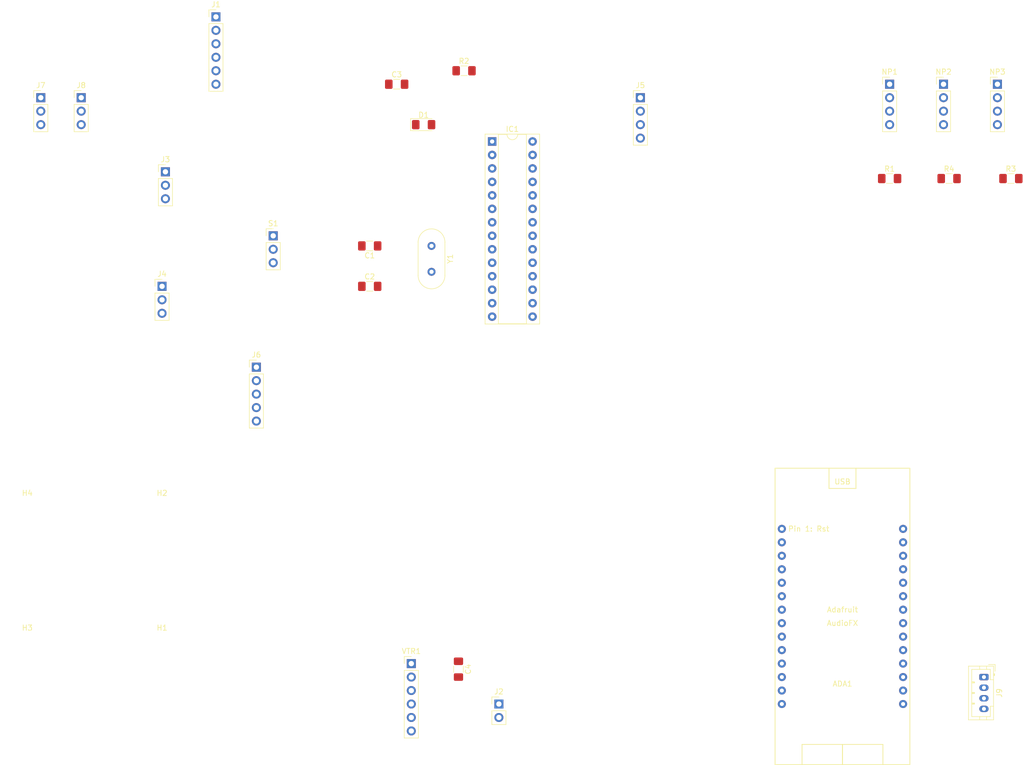
<source format=kicad_pcb>
(kicad_pcb (version 20171130) (host pcbnew "(5.0.2)-1")

  (general
    (thickness 1.6)
    (drawings 0)
    (tracks 0)
    (zones 0)
    (modules 30)
    (nets 37)
  )

  (page A4)
  (layers
    (0 F.Cu signal)
    (31 B.Cu signal)
    (32 B.Adhes user)
    (33 F.Adhes user)
    (34 B.Paste user)
    (35 F.Paste user)
    (36 B.SilkS user)
    (37 F.SilkS user)
    (38 B.Mask user)
    (39 F.Mask user)
    (40 Dwgs.User user)
    (41 Cmts.User user)
    (42 Eco1.User user)
    (43 Eco2.User user)
    (44 Edge.Cuts user)
    (45 Margin user)
    (46 B.CrtYd user)
    (47 F.CrtYd user)
    (48 B.Fab user)
    (49 F.Fab user)
  )

  (setup
    (last_trace_width 0.25)
    (trace_clearance 0.2)
    (zone_clearance 0.508)
    (zone_45_only no)
    (trace_min 0.2)
    (segment_width 0.2)
    (edge_width 0.15)
    (via_size 0.8)
    (via_drill 0.4)
    (via_min_size 0.4)
    (via_min_drill 0.3)
    (uvia_size 0.3)
    (uvia_drill 0.1)
    (uvias_allowed no)
    (uvia_min_size 0.2)
    (uvia_min_drill 0.1)
    (pcb_text_width 0.3)
    (pcb_text_size 1.5 1.5)
    (mod_edge_width 0.15)
    (mod_text_size 1 1)
    (mod_text_width 0.15)
    (pad_size 1.524 1.524)
    (pad_drill 0.762)
    (pad_to_mask_clearance 0.051)
    (solder_mask_min_width 0.25)
    (aux_axis_origin 0 0)
    (visible_elements FFFFFF7F)
    (pcbplotparams
      (layerselection 0x010fc_ffffffff)
      (usegerberextensions false)
      (usegerberattributes false)
      (usegerberadvancedattributes false)
      (creategerberjobfile false)
      (excludeedgelayer true)
      (linewidth 0.100000)
      (plotframeref false)
      (viasonmask false)
      (mode 1)
      (useauxorigin false)
      (hpglpennumber 1)
      (hpglpenspeed 20)
      (hpglpendiameter 15.000000)
      (psnegative false)
      (psa4output false)
      (plotreference true)
      (plotvalue true)
      (plotinvisibletext false)
      (padsonsilk false)
      (subtractmaskfromsilk false)
      (outputformat 1)
      (mirror false)
      (drillshape 1)
      (scaleselection 1)
      (outputdirectory ""))
  )

  (net 0 "")
  (net 1 /AIO_0)
  (net 2 /GPIO_4)
  (net 3 /AFX_28)
  (net 4 /AFX_25)
  (net 5 /GPIO_5)
  (net 6 "Net-(ADA1-Pad27)")
  (net 7 GND)
  (net 8 "Net-(ADA1-Pad26)")
  (net 9 /GPIO_6)
  (net 10 +5V)
  (net 11 "Net-(C1-Pad1)")
  (net 12 "Net-(C2-Pad1)")
  (net 13 "Net-(C3-Pad1)")
  (net 14 "Net-(C3-Pad2)")
  (net 15 "Net-(D1-Pad1)")
  (net 16 /GPIO_9)
  (net 17 /IC1_TX)
  (net 18 /GPIO_10)
  (net 19 /IC1_RX)
  (net 20 /MOSI)
  (net 21 /GPIO_2)
  (net 22 /MISO)
  (net 23 /GPIO_3)
  (net 24 /SCK)
  (net 25 /AIO_1)
  (net 26 /AIO_2)
  (net 27 /AIO_3)
  (net 28 /GPIO_7)
  (net 29 /SDA)
  (net 30 /GPIO_8)
  (net 31 /SCL)
  (net 32 "Net-(J2-Pad1)")
  (net 33 "Net-(J2-Pad2)")
  (net 34 "Net-(NP1-Pad4)")
  (net 35 "Net-(NP2-Pad4)")
  (net 36 "Net-(NP3-Pad4)")

  (net_class Default "This is the default net class."
    (clearance 0.2)
    (trace_width 0.25)
    (via_dia 0.8)
    (via_drill 0.4)
    (uvia_dia 0.3)
    (uvia_drill 0.1)
    (add_net +5V)
    (add_net /AFX_25)
    (add_net /AFX_28)
    (add_net /AIO_0)
    (add_net /AIO_1)
    (add_net /AIO_2)
    (add_net /AIO_3)
    (add_net /GPIO_10)
    (add_net /GPIO_2)
    (add_net /GPIO_3)
    (add_net /GPIO_4)
    (add_net /GPIO_5)
    (add_net /GPIO_6)
    (add_net /GPIO_7)
    (add_net /GPIO_8)
    (add_net /GPIO_9)
    (add_net /IC1_RX)
    (add_net /IC1_TX)
    (add_net /MISO)
    (add_net /MOSI)
    (add_net /SCK)
    (add_net /SCL)
    (add_net /SDA)
    (add_net GND)
    (add_net "Net-(ADA1-Pad26)")
    (add_net "Net-(ADA1-Pad27)")
    (add_net "Net-(C1-Pad1)")
    (add_net "Net-(C2-Pad1)")
    (add_net "Net-(C3-Pad1)")
    (add_net "Net-(C3-Pad2)")
    (add_net "Net-(D1-Pad1)")
    (add_net "Net-(J2-Pad1)")
    (add_net "Net-(J2-Pad2)")
    (add_net "Net-(NP1-Pad4)")
    (add_net "Net-(NP2-Pad4)")
    (add_net "Net-(NP3-Pad4)")
  )

  (module "MarkFromSales:Adafruit AudioFX" (layer F.Cu) (tedit 5C91C564) (tstamp 5CAC35B7)
    (at 179.07 120.65)
    (path /5C917EF9)
    (fp_text reference ADA1 (at 0 12.7) (layer F.SilkS)
      (effects (font (size 1 1) (thickness 0.15)))
    )
    (fp_text value Adafruit_AudioFX (at 0 -6.35) (layer F.Fab)
      (effects (font (size 1 1) (thickness 0.15)))
    )
    (fp_line (start -12.7 -27.94) (end -12.7 27.94) (layer F.SilkS) (width 0.15))
    (fp_line (start -12.7 27.94) (end 12.7 27.94) (layer F.SilkS) (width 0.15))
    (fp_line (start 12.7 27.94) (end 12.7 -27.94) (layer F.SilkS) (width 0.15))
    (fp_line (start 12.7 -27.94) (end -12.7 -27.94) (layer F.SilkS) (width 0.15))
    (fp_text user AudioFX (at 0 1.27) (layer F.SilkS)
      (effects (font (size 1 1) (thickness 0.15)))
    )
    (fp_text user Adafruit (at 0 -1.27) (layer F.SilkS)
      (effects (font (size 1 1) (thickness 0.15)))
    )
    (fp_text user "Pin 1: Rst" (at -6.35 -16.51) (layer F.SilkS)
      (effects (font (size 1 1) (thickness 0.15)))
    )
    (fp_line (start -7.62 27.94) (end -7.62 24.13) (layer F.SilkS) (width 0.15))
    (fp_line (start -7.62 24.13) (end 0 24.13) (layer F.SilkS) (width 0.15))
    (fp_line (start 0 24.13) (end 0 27.94) (layer F.SilkS) (width 0.15))
    (fp_line (start 0 27.94) (end 0 24.13) (layer F.SilkS) (width 0.15))
    (fp_line (start 0 24.13) (end 7.62 24.13) (layer F.SilkS) (width 0.15))
    (fp_line (start 7.62 24.13) (end 7.62 27.94) (layer F.SilkS) (width 0.15))
    (fp_line (start -2.54 -27.94) (end -2.54 -24.13) (layer F.SilkS) (width 0.15))
    (fp_line (start -2.54 -24.13) (end 2.54 -24.13) (layer F.SilkS) (width 0.15))
    (fp_line (start 2.54 -24.13) (end 2.54 -27.94) (layer F.SilkS) (width 0.15))
    (fp_text user USB (at 0 -25.4) (layer F.SilkS)
      (effects (font (size 1 1) (thickness 0.15)))
    )
    (pad 14 thru_hole circle (at -11.43 16.51) (size 1.524 1.524) (drill 0.762) (layers *.Cu *.Mask))
    (pad 13 thru_hole circle (at -11.43 13.97) (size 1.524 1.524) (drill 0.762) (layers *.Cu *.Mask)
      (net 1 /AIO_0))
    (pad 12 thru_hole circle (at -11.43 11.43) (size 1.524 1.524) (drill 0.762) (layers *.Cu *.Mask))
    (pad 11 thru_hole circle (at -11.43 8.89) (size 1.524 1.524) (drill 0.762) (layers *.Cu *.Mask))
    (pad 10 thru_hole circle (at -11.43 6.35) (size 1.524 1.524) (drill 0.762) (layers *.Cu *.Mask))
    (pad 9 thru_hole circle (at -11.43 3.81) (size 1.524 1.524) (drill 0.762) (layers *.Cu *.Mask))
    (pad 8 thru_hole circle (at -11.43 1.27) (size 1.524 1.524) (drill 0.762) (layers *.Cu *.Mask))
    (pad 7 thru_hole circle (at -11.43 -1.27) (size 1.524 1.524) (drill 0.762) (layers *.Cu *.Mask))
    (pad 6 thru_hole circle (at -11.43 -3.81) (size 1.524 1.524) (drill 0.762) (layers *.Cu *.Mask))
    (pad 5 thru_hole circle (at -11.43 -6.35) (size 1.524 1.524) (drill 0.762) (layers *.Cu *.Mask))
    (pad 4 thru_hole circle (at -11.43 -8.89) (size 1.524 1.524) (drill 0.762) (layers *.Cu *.Mask))
    (pad 3 thru_hole circle (at -11.43 -11.43) (size 1.524 1.524) (drill 0.762) (layers *.Cu *.Mask))
    (pad 2 thru_hole circle (at -11.43 -13.97) (size 1.524 1.524) (drill 0.762) (layers *.Cu *.Mask))
    (pad 1 thru_hole circle (at -11.43 -16.51) (size 1.524 1.524) (drill 0.762) (layers *.Cu *.Mask)
      (net 2 /GPIO_4))
    (pad 28 thru_hole circle (at 11.43 16.51) (size 1.524 1.524) (drill 0.762) (layers *.Cu *.Mask)
      (net 3 /AFX_28))
    (pad 25 thru_hole circle (at 11.43 8.89) (size 1.524 1.524) (drill 0.762) (layers *.Cu *.Mask)
      (net 4 /AFX_25))
    (pad 19 thru_hole circle (at 11.43 -6.35) (size 1.524 1.524) (drill 0.762) (layers *.Cu *.Mask)
      (net 5 /GPIO_5))
    (pad 27 thru_hole circle (at 11.43 13.97) (size 1.524 1.524) (drill 0.762) (layers *.Cu *.Mask)
      (net 6 "Net-(ADA1-Pad27)"))
    (pad 23 thru_hole circle (at 11.43 3.81) (size 1.524 1.524) (drill 0.762) (layers *.Cu *.Mask))
    (pad 22 thru_hole circle (at 11.43 1.27) (size 1.524 1.524) (drill 0.762) (layers *.Cu *.Mask))
    (pad 21 thru_hole circle (at 11.43 -1.27) (size 1.524 1.524) (drill 0.762) (layers *.Cu *.Mask)
      (net 7 GND))
    (pad 26 thru_hole circle (at 11.43 11.43) (size 1.524 1.524) (drill 0.762) (layers *.Cu *.Mask)
      (net 8 "Net-(ADA1-Pad26)"))
    (pad 18 thru_hole circle (at 11.43 -8.89) (size 1.524 1.524) (drill 0.762) (layers *.Cu *.Mask))
    (pad 20 thru_hole circle (at 11.43 -3.81) (size 1.524 1.524) (drill 0.762) (layers *.Cu *.Mask)
      (net 9 /GPIO_6))
    (pad 24 thru_hole circle (at 11.43 6.35) (size 1.524 1.524) (drill 0.762) (layers *.Cu *.Mask))
    (pad 17 thru_hole circle (at 11.43 -11.43) (size 1.524 1.524) (drill 0.762) (layers *.Cu *.Mask))
    (pad 16 thru_hole circle (at 11.43 -13.97) (size 1.524 1.524) (drill 0.762) (layers *.Cu *.Mask)
      (net 7 GND))
    (pad 15 thru_hole circle (at 11.43 -16.51) (size 1.524 1.524) (drill 0.762) (layers *.Cu *.Mask)
      (net 10 +5V))
  )

  (module Capacitor_SMD:C_1206_3216Metric_Pad1.42x1.75mm_HandSolder (layer F.Cu) (tedit 5B301BBE) (tstamp 5CAC2DB3)
    (at 89.9525 50.8 180)
    (descr "Capacitor SMD 1206 (3216 Metric), square (rectangular) end terminal, IPC_7351 nominal with elongated pad for handsoldering. (Body size source: http://www.tortai-tech.com/upload/download/2011102023233369053.pdf), generated with kicad-footprint-generator")
    (tags "capacitor handsolder")
    (path /5C91A484)
    (attr smd)
    (fp_text reference C1 (at 0 -1.82 180) (layer F.SilkS)
      (effects (font (size 1 1) (thickness 0.15)))
    )
    (fp_text value 22p (at 0 1.82 180) (layer F.Fab)
      (effects (font (size 1 1) (thickness 0.15)))
    )
    (fp_line (start -1.6 0.8) (end -1.6 -0.8) (layer F.Fab) (width 0.1))
    (fp_line (start -1.6 -0.8) (end 1.6 -0.8) (layer F.Fab) (width 0.1))
    (fp_line (start 1.6 -0.8) (end 1.6 0.8) (layer F.Fab) (width 0.1))
    (fp_line (start 1.6 0.8) (end -1.6 0.8) (layer F.Fab) (width 0.1))
    (fp_line (start -0.602064 -0.91) (end 0.602064 -0.91) (layer F.SilkS) (width 0.12))
    (fp_line (start -0.602064 0.91) (end 0.602064 0.91) (layer F.SilkS) (width 0.12))
    (fp_line (start -2.45 1.12) (end -2.45 -1.12) (layer F.CrtYd) (width 0.05))
    (fp_line (start -2.45 -1.12) (end 2.45 -1.12) (layer F.CrtYd) (width 0.05))
    (fp_line (start 2.45 -1.12) (end 2.45 1.12) (layer F.CrtYd) (width 0.05))
    (fp_line (start 2.45 1.12) (end -2.45 1.12) (layer F.CrtYd) (width 0.05))
    (fp_text user %R (at 0 0 180) (layer F.Fab)
      (effects (font (size 0.8 0.8) (thickness 0.12)))
    )
    (pad 1 smd roundrect (at -1.4875 0 180) (size 1.425 1.75) (layers F.Cu F.Paste F.Mask) (roundrect_rratio 0.175439)
      (net 11 "Net-(C1-Pad1)"))
    (pad 2 smd roundrect (at 1.4875 0 180) (size 1.425 1.75) (layers F.Cu F.Paste F.Mask) (roundrect_rratio 0.175439)
      (net 7 GND))
    (model ${KISYS3DMOD}/Capacitor_SMD.3dshapes/C_1206_3216Metric.wrl
      (at (xyz 0 0 0))
      (scale (xyz 1 1 1))
      (rotate (xyz 0 0 0))
    )
  )

  (module Capacitor_SMD:C_1206_3216Metric_Pad1.42x1.75mm_HandSolder (layer F.Cu) (tedit 5B301BBE) (tstamp 5CAC2DC4)
    (at 89.9525 58.42)
    (descr "Capacitor SMD 1206 (3216 Metric), square (rectangular) end terminal, IPC_7351 nominal with elongated pad for handsoldering. (Body size source: http://www.tortai-tech.com/upload/download/2011102023233369053.pdf), generated with kicad-footprint-generator")
    (tags "capacitor handsolder")
    (path /5C91A4B8)
    (attr smd)
    (fp_text reference C2 (at 0 -1.82) (layer F.SilkS)
      (effects (font (size 1 1) (thickness 0.15)))
    )
    (fp_text value 22p (at 0 1.82) (layer F.Fab)
      (effects (font (size 1 1) (thickness 0.15)))
    )
    (fp_text user %R (at 0 0) (layer F.Fab)
      (effects (font (size 0.8 0.8) (thickness 0.12)))
    )
    (fp_line (start 2.45 1.12) (end -2.45 1.12) (layer F.CrtYd) (width 0.05))
    (fp_line (start 2.45 -1.12) (end 2.45 1.12) (layer F.CrtYd) (width 0.05))
    (fp_line (start -2.45 -1.12) (end 2.45 -1.12) (layer F.CrtYd) (width 0.05))
    (fp_line (start -2.45 1.12) (end -2.45 -1.12) (layer F.CrtYd) (width 0.05))
    (fp_line (start -0.602064 0.91) (end 0.602064 0.91) (layer F.SilkS) (width 0.12))
    (fp_line (start -0.602064 -0.91) (end 0.602064 -0.91) (layer F.SilkS) (width 0.12))
    (fp_line (start 1.6 0.8) (end -1.6 0.8) (layer F.Fab) (width 0.1))
    (fp_line (start 1.6 -0.8) (end 1.6 0.8) (layer F.Fab) (width 0.1))
    (fp_line (start -1.6 -0.8) (end 1.6 -0.8) (layer F.Fab) (width 0.1))
    (fp_line (start -1.6 0.8) (end -1.6 -0.8) (layer F.Fab) (width 0.1))
    (pad 2 smd roundrect (at 1.4875 0) (size 1.425 1.75) (layers F.Cu F.Paste F.Mask) (roundrect_rratio 0.175439)
      (net 7 GND))
    (pad 1 smd roundrect (at -1.4875 0) (size 1.425 1.75) (layers F.Cu F.Paste F.Mask) (roundrect_rratio 0.175439)
      (net 12 "Net-(C2-Pad1)"))
    (model ${KISYS3DMOD}/Capacitor_SMD.3dshapes/C_1206_3216Metric.wrl
      (at (xyz 0 0 0))
      (scale (xyz 1 1 1))
      (rotate (xyz 0 0 0))
    )
  )

  (module Capacitor_SMD:C_1206_3216Metric_Pad1.42x1.75mm_HandSolder (layer F.Cu) (tedit 5B301BBE) (tstamp 5CAC2DD5)
    (at 95.0325 20.32)
    (descr "Capacitor SMD 1206 (3216 Metric), square (rectangular) end terminal, IPC_7351 nominal with elongated pad for handsoldering. (Body size source: http://www.tortai-tech.com/upload/download/2011102023233369053.pdf), generated with kicad-footprint-generator")
    (tags "capacitor handsolder")
    (path /5C927573)
    (attr smd)
    (fp_text reference C3 (at 0 -1.82) (layer F.SilkS)
      (effects (font (size 1 1) (thickness 0.15)))
    )
    (fp_text value 100n (at 0 1.82) (layer F.Fab)
      (effects (font (size 1 1) (thickness 0.15)))
    )
    (fp_line (start -1.6 0.8) (end -1.6 -0.8) (layer F.Fab) (width 0.1))
    (fp_line (start -1.6 -0.8) (end 1.6 -0.8) (layer F.Fab) (width 0.1))
    (fp_line (start 1.6 -0.8) (end 1.6 0.8) (layer F.Fab) (width 0.1))
    (fp_line (start 1.6 0.8) (end -1.6 0.8) (layer F.Fab) (width 0.1))
    (fp_line (start -0.602064 -0.91) (end 0.602064 -0.91) (layer F.SilkS) (width 0.12))
    (fp_line (start -0.602064 0.91) (end 0.602064 0.91) (layer F.SilkS) (width 0.12))
    (fp_line (start -2.45 1.12) (end -2.45 -1.12) (layer F.CrtYd) (width 0.05))
    (fp_line (start -2.45 -1.12) (end 2.45 -1.12) (layer F.CrtYd) (width 0.05))
    (fp_line (start 2.45 -1.12) (end 2.45 1.12) (layer F.CrtYd) (width 0.05))
    (fp_line (start 2.45 1.12) (end -2.45 1.12) (layer F.CrtYd) (width 0.05))
    (fp_text user %R (at 0 0) (layer F.Fab)
      (effects (font (size 0.8 0.8) (thickness 0.12)))
    )
    (pad 1 smd roundrect (at -1.4875 0) (size 1.425 1.75) (layers F.Cu F.Paste F.Mask) (roundrect_rratio 0.175439)
      (net 13 "Net-(C3-Pad1)"))
    (pad 2 smd roundrect (at 1.4875 0) (size 1.425 1.75) (layers F.Cu F.Paste F.Mask) (roundrect_rratio 0.175439)
      (net 14 "Net-(C3-Pad2)"))
    (model ${KISYS3DMOD}/Capacitor_SMD.3dshapes/C_1206_3216Metric.wrl
      (at (xyz 0 0 0))
      (scale (xyz 1 1 1))
      (rotate (xyz 0 0 0))
    )
  )

  (module Capacitor_SMD:C_1206_3216Metric_Pad1.42x1.75mm_HandSolder (layer F.Cu) (tedit 5B301BBE) (tstamp 5CAC2DE6)
    (at 106.68 130.5925 270)
    (descr "Capacitor SMD 1206 (3216 Metric), square (rectangular) end terminal, IPC_7351 nominal with elongated pad for handsoldering. (Body size source: http://www.tortai-tech.com/upload/download/2011102023233369053.pdf), generated with kicad-footprint-generator")
    (tags "capacitor handsolder")
    (path /5CAAD92D)
    (attr smd)
    (fp_text reference C4 (at 0 -1.82 270) (layer F.SilkS)
      (effects (font (size 1 1) (thickness 0.15)))
    )
    (fp_text value 10u (at 0 1.82 270) (layer F.Fab)
      (effects (font (size 1 1) (thickness 0.15)))
    )
    (fp_text user %R (at 0 0 270) (layer F.Fab)
      (effects (font (size 0.8 0.8) (thickness 0.12)))
    )
    (fp_line (start 2.45 1.12) (end -2.45 1.12) (layer F.CrtYd) (width 0.05))
    (fp_line (start 2.45 -1.12) (end 2.45 1.12) (layer F.CrtYd) (width 0.05))
    (fp_line (start -2.45 -1.12) (end 2.45 -1.12) (layer F.CrtYd) (width 0.05))
    (fp_line (start -2.45 1.12) (end -2.45 -1.12) (layer F.CrtYd) (width 0.05))
    (fp_line (start -0.602064 0.91) (end 0.602064 0.91) (layer F.SilkS) (width 0.12))
    (fp_line (start -0.602064 -0.91) (end 0.602064 -0.91) (layer F.SilkS) (width 0.12))
    (fp_line (start 1.6 0.8) (end -1.6 0.8) (layer F.Fab) (width 0.1))
    (fp_line (start 1.6 -0.8) (end 1.6 0.8) (layer F.Fab) (width 0.1))
    (fp_line (start -1.6 -0.8) (end 1.6 -0.8) (layer F.Fab) (width 0.1))
    (fp_line (start -1.6 0.8) (end -1.6 -0.8) (layer F.Fab) (width 0.1))
    (pad 2 smd roundrect (at 1.4875 0 270) (size 1.425 1.75) (layers F.Cu F.Paste F.Mask) (roundrect_rratio 0.175439)
      (net 7 GND))
    (pad 1 smd roundrect (at -1.4875 0 270) (size 1.425 1.75) (layers F.Cu F.Paste F.Mask) (roundrect_rratio 0.175439)
      (net 10 +5V))
    (model ${KISYS3DMOD}/Capacitor_SMD.3dshapes/C_1206_3216Metric.wrl
      (at (xyz 0 0 0))
      (scale (xyz 1 1 1))
      (rotate (xyz 0 0 0))
    )
  )

  (module Diode_SMD:D_1206_3216Metric_Pad1.42x1.75mm_HandSolder (layer F.Cu) (tedit 5B4B45C8) (tstamp 5CAC2DF9)
    (at 100.1125 27.94)
    (descr "Diode SMD 1206 (3216 Metric), square (rectangular) end terminal, IPC_7351 nominal, (Body size source: http://www.tortai-tech.com/upload/download/2011102023233369053.pdf), generated with kicad-footprint-generator")
    (tags "diode handsolder")
    (path /5C91C3AF)
    (attr smd)
    (fp_text reference D1 (at 0 -1.82) (layer F.SilkS)
      (effects (font (size 1 1) (thickness 0.15)))
    )
    (fp_text value D (at 0 1.82) (layer F.Fab)
      (effects (font (size 1 1) (thickness 0.15)))
    )
    (fp_line (start 1.6 -0.8) (end -1.2 -0.8) (layer F.Fab) (width 0.1))
    (fp_line (start -1.2 -0.8) (end -1.6 -0.4) (layer F.Fab) (width 0.1))
    (fp_line (start -1.6 -0.4) (end -1.6 0.8) (layer F.Fab) (width 0.1))
    (fp_line (start -1.6 0.8) (end 1.6 0.8) (layer F.Fab) (width 0.1))
    (fp_line (start 1.6 0.8) (end 1.6 -0.8) (layer F.Fab) (width 0.1))
    (fp_line (start 1.6 -1.135) (end -2.46 -1.135) (layer F.SilkS) (width 0.12))
    (fp_line (start -2.46 -1.135) (end -2.46 1.135) (layer F.SilkS) (width 0.12))
    (fp_line (start -2.46 1.135) (end 1.6 1.135) (layer F.SilkS) (width 0.12))
    (fp_line (start -2.45 1.12) (end -2.45 -1.12) (layer F.CrtYd) (width 0.05))
    (fp_line (start -2.45 -1.12) (end 2.45 -1.12) (layer F.CrtYd) (width 0.05))
    (fp_line (start 2.45 -1.12) (end 2.45 1.12) (layer F.CrtYd) (width 0.05))
    (fp_line (start 2.45 1.12) (end -2.45 1.12) (layer F.CrtYd) (width 0.05))
    (fp_text user %R (at 0 0) (layer F.Fab)
      (effects (font (size 0.8 0.8) (thickness 0.12)))
    )
    (pad 1 smd roundrect (at -1.4875 0) (size 1.425 1.75) (layers F.Cu F.Paste F.Mask) (roundrect_rratio 0.175439)
      (net 15 "Net-(D1-Pad1)"))
    (pad 2 smd roundrect (at 1.4875 0) (size 1.425 1.75) (layers F.Cu F.Paste F.Mask) (roundrect_rratio 0.175439)
      (net 10 +5V))
    (model ${KISYS3DMOD}/Diode_SMD.3dshapes/D_1206_3216Metric.wrl
      (at (xyz 0 0 0))
      (scale (xyz 1 1 1))
      (rotate (xyz 0 0 0))
    )
  )

  (module MountingHole:MountingHole_3.2mm_M3 (layer F.Cu) (tedit 56D1B4CB) (tstamp 5CAC2E01)
    (at 50.8 127)
    (descr "Mounting Hole 3.2mm, no annular, M3")
    (tags "mounting hole 3.2mm no annular m3")
    (path /5C9EAF63)
    (attr virtual)
    (fp_text reference H1 (at 0 -4.2) (layer F.SilkS)
      (effects (font (size 1 1) (thickness 0.15)))
    )
    (fp_text value MountingHole (at 0 4.2) (layer F.Fab)
      (effects (font (size 1 1) (thickness 0.15)))
    )
    (fp_text user %R (at 0.3 0) (layer F.Fab)
      (effects (font (size 1 1) (thickness 0.15)))
    )
    (fp_circle (center 0 0) (end 3.2 0) (layer Cmts.User) (width 0.15))
    (fp_circle (center 0 0) (end 3.45 0) (layer F.CrtYd) (width 0.05))
    (pad 1 np_thru_hole circle (at 0 0) (size 3.2 3.2) (drill 3.2) (layers *.Cu *.Mask))
  )

  (module MountingHole:MountingHole_3.2mm_M3 (layer F.Cu) (tedit 56D1B4CB) (tstamp 5CAC2E09)
    (at 50.8 101.6)
    (descr "Mounting Hole 3.2mm, no annular, M3")
    (tags "mounting hole 3.2mm no annular m3")
    (path /5C9EB057)
    (attr virtual)
    (fp_text reference H2 (at 0 -4.2) (layer F.SilkS)
      (effects (font (size 1 1) (thickness 0.15)))
    )
    (fp_text value MountingHole (at 0 4.2) (layer F.Fab)
      (effects (font (size 1 1) (thickness 0.15)))
    )
    (fp_circle (center 0 0) (end 3.45 0) (layer F.CrtYd) (width 0.05))
    (fp_circle (center 0 0) (end 3.2 0) (layer Cmts.User) (width 0.15))
    (fp_text user %R (at 0.3 0) (layer F.Fab)
      (effects (font (size 1 1) (thickness 0.15)))
    )
    (pad 1 np_thru_hole circle (at 0 0) (size 3.2 3.2) (drill 3.2) (layers *.Cu *.Mask))
  )

  (module MountingHole:MountingHole_3.2mm_M3 (layer F.Cu) (tedit 56D1B4CB) (tstamp 5CAC2E11)
    (at 25.4 127)
    (descr "Mounting Hole 3.2mm, no annular, M3")
    (tags "mounting hole 3.2mm no annular m3")
    (path /5C9EB09F)
    (attr virtual)
    (fp_text reference H3 (at 0 -4.2) (layer F.SilkS)
      (effects (font (size 1 1) (thickness 0.15)))
    )
    (fp_text value MountingHole (at 0 4.2) (layer F.Fab)
      (effects (font (size 1 1) (thickness 0.15)))
    )
    (fp_text user %R (at 0.3 0) (layer F.Fab)
      (effects (font (size 1 1) (thickness 0.15)))
    )
    (fp_circle (center 0 0) (end 3.2 0) (layer Cmts.User) (width 0.15))
    (fp_circle (center 0 0) (end 3.45 0) (layer F.CrtYd) (width 0.05))
    (pad 1 np_thru_hole circle (at 0 0) (size 3.2 3.2) (drill 3.2) (layers *.Cu *.Mask))
  )

  (module MountingHole:MountingHole_3.2mm_M3 (layer F.Cu) (tedit 56D1B4CB) (tstamp 5CAC2E19)
    (at 25.4 101.6)
    (descr "Mounting Hole 3.2mm, no annular, M3")
    (tags "mounting hole 3.2mm no annular m3")
    (path /5C9EB0ED)
    (attr virtual)
    (fp_text reference H4 (at 0 -4.2) (layer F.SilkS)
      (effects (font (size 1 1) (thickness 0.15)))
    )
    (fp_text value MountingHole (at 0 4.2) (layer F.Fab)
      (effects (font (size 1 1) (thickness 0.15)))
    )
    (fp_circle (center 0 0) (end 3.45 0) (layer F.CrtYd) (width 0.05))
    (fp_circle (center 0 0) (end 3.2 0) (layer Cmts.User) (width 0.15))
    (fp_text user %R (at 0.3 0) (layer F.Fab)
      (effects (font (size 1 1) (thickness 0.15)))
    )
    (pad 1 np_thru_hole circle (at 0 0) (size 3.2 3.2) (drill 3.2) (layers *.Cu *.Mask))
  )

  (module Package_DIP:DIP-28_W7.62mm_Socket (layer F.Cu) (tedit 5A02E8C5) (tstamp 5CAC2E51)
    (at 113.03 31.115)
    (descr "28-lead though-hole mounted DIP package, row spacing 7.62 mm (300 mils), Socket")
    (tags "THT DIP DIL PDIP 2.54mm 7.62mm 300mil Socket")
    (path /5C919E6B)
    (fp_text reference IC1 (at 3.81 -2.33) (layer F.SilkS)
      (effects (font (size 1 1) (thickness 0.15)))
    )
    (fp_text value ATmega328_B (at 3.81 35.35) (layer F.Fab)
      (effects (font (size 1 1) (thickness 0.15)))
    )
    (fp_arc (start 3.81 -1.33) (end 2.81 -1.33) (angle -180) (layer F.SilkS) (width 0.12))
    (fp_line (start 1.635 -1.27) (end 6.985 -1.27) (layer F.Fab) (width 0.1))
    (fp_line (start 6.985 -1.27) (end 6.985 34.29) (layer F.Fab) (width 0.1))
    (fp_line (start 6.985 34.29) (end 0.635 34.29) (layer F.Fab) (width 0.1))
    (fp_line (start 0.635 34.29) (end 0.635 -0.27) (layer F.Fab) (width 0.1))
    (fp_line (start 0.635 -0.27) (end 1.635 -1.27) (layer F.Fab) (width 0.1))
    (fp_line (start -1.27 -1.33) (end -1.27 34.35) (layer F.Fab) (width 0.1))
    (fp_line (start -1.27 34.35) (end 8.89 34.35) (layer F.Fab) (width 0.1))
    (fp_line (start 8.89 34.35) (end 8.89 -1.33) (layer F.Fab) (width 0.1))
    (fp_line (start 8.89 -1.33) (end -1.27 -1.33) (layer F.Fab) (width 0.1))
    (fp_line (start 2.81 -1.33) (end 1.16 -1.33) (layer F.SilkS) (width 0.12))
    (fp_line (start 1.16 -1.33) (end 1.16 34.35) (layer F.SilkS) (width 0.12))
    (fp_line (start 1.16 34.35) (end 6.46 34.35) (layer F.SilkS) (width 0.12))
    (fp_line (start 6.46 34.35) (end 6.46 -1.33) (layer F.SilkS) (width 0.12))
    (fp_line (start 6.46 -1.33) (end 4.81 -1.33) (layer F.SilkS) (width 0.12))
    (fp_line (start -1.33 -1.39) (end -1.33 34.41) (layer F.SilkS) (width 0.12))
    (fp_line (start -1.33 34.41) (end 8.95 34.41) (layer F.SilkS) (width 0.12))
    (fp_line (start 8.95 34.41) (end 8.95 -1.39) (layer F.SilkS) (width 0.12))
    (fp_line (start 8.95 -1.39) (end -1.33 -1.39) (layer F.SilkS) (width 0.12))
    (fp_line (start -1.55 -1.6) (end -1.55 34.65) (layer F.CrtYd) (width 0.05))
    (fp_line (start -1.55 34.65) (end 9.15 34.65) (layer F.CrtYd) (width 0.05))
    (fp_line (start 9.15 34.65) (end 9.15 -1.6) (layer F.CrtYd) (width 0.05))
    (fp_line (start 9.15 -1.6) (end -1.55 -1.6) (layer F.CrtYd) (width 0.05))
    (fp_text user %R (at 3.81 16.51) (layer F.Fab)
      (effects (font (size 1 1) (thickness 0.15)))
    )
    (pad 1 thru_hole rect (at 0 0) (size 1.6 1.6) (drill 0.8) (layers *.Cu *.Mask)
      (net 13 "Net-(C3-Pad1)"))
    (pad 15 thru_hole oval (at 7.62 33.02) (size 1.6 1.6) (drill 0.8) (layers *.Cu *.Mask)
      (net 16 /GPIO_9))
    (pad 2 thru_hole oval (at 0 2.54) (size 1.6 1.6) (drill 0.8) (layers *.Cu *.Mask)
      (net 17 /IC1_TX))
    (pad 16 thru_hole oval (at 7.62 30.48) (size 1.6 1.6) (drill 0.8) (layers *.Cu *.Mask)
      (net 18 /GPIO_10))
    (pad 3 thru_hole oval (at 0 5.08) (size 1.6 1.6) (drill 0.8) (layers *.Cu *.Mask)
      (net 19 /IC1_RX))
    (pad 17 thru_hole oval (at 7.62 27.94) (size 1.6 1.6) (drill 0.8) (layers *.Cu *.Mask)
      (net 20 /MOSI))
    (pad 4 thru_hole oval (at 0 7.62) (size 1.6 1.6) (drill 0.8) (layers *.Cu *.Mask)
      (net 21 /GPIO_2))
    (pad 18 thru_hole oval (at 7.62 25.4) (size 1.6 1.6) (drill 0.8) (layers *.Cu *.Mask)
      (net 22 /MISO))
    (pad 5 thru_hole oval (at 0 10.16) (size 1.6 1.6) (drill 0.8) (layers *.Cu *.Mask)
      (net 23 /GPIO_3))
    (pad 19 thru_hole oval (at 7.62 22.86) (size 1.6 1.6) (drill 0.8) (layers *.Cu *.Mask)
      (net 24 /SCK))
    (pad 6 thru_hole oval (at 0 12.7) (size 1.6 1.6) (drill 0.8) (layers *.Cu *.Mask)
      (net 2 /GPIO_4))
    (pad 20 thru_hole oval (at 7.62 20.32) (size 1.6 1.6) (drill 0.8) (layers *.Cu *.Mask)
      (net 10 +5V))
    (pad 7 thru_hole oval (at 0 15.24) (size 1.6 1.6) (drill 0.8) (layers *.Cu *.Mask)
      (net 15 "Net-(D1-Pad1)"))
    (pad 21 thru_hole oval (at 7.62 17.78) (size 1.6 1.6) (drill 0.8) (layers *.Cu *.Mask))
    (pad 8 thru_hole oval (at 0 17.78) (size 1.6 1.6) (drill 0.8) (layers *.Cu *.Mask)
      (net 7 GND))
    (pad 22 thru_hole oval (at 7.62 15.24) (size 1.6 1.6) (drill 0.8) (layers *.Cu *.Mask)
      (net 7 GND))
    (pad 9 thru_hole oval (at 0 20.32) (size 1.6 1.6) (drill 0.8) (layers *.Cu *.Mask)
      (net 11 "Net-(C1-Pad1)"))
    (pad 23 thru_hole oval (at 7.62 12.7) (size 1.6 1.6) (drill 0.8) (layers *.Cu *.Mask)
      (net 1 /AIO_0))
    (pad 10 thru_hole oval (at 0 22.86) (size 1.6 1.6) (drill 0.8) (layers *.Cu *.Mask)
      (net 12 "Net-(C2-Pad1)"))
    (pad 24 thru_hole oval (at 7.62 10.16) (size 1.6 1.6) (drill 0.8) (layers *.Cu *.Mask)
      (net 25 /AIO_1))
    (pad 11 thru_hole oval (at 0 25.4) (size 1.6 1.6) (drill 0.8) (layers *.Cu *.Mask)
      (net 5 /GPIO_5))
    (pad 25 thru_hole oval (at 7.62 7.62) (size 1.6 1.6) (drill 0.8) (layers *.Cu *.Mask)
      (net 26 /AIO_2))
    (pad 12 thru_hole oval (at 0 27.94) (size 1.6 1.6) (drill 0.8) (layers *.Cu *.Mask)
      (net 9 /GPIO_6))
    (pad 26 thru_hole oval (at 7.62 5.08) (size 1.6 1.6) (drill 0.8) (layers *.Cu *.Mask)
      (net 27 /AIO_3))
    (pad 13 thru_hole oval (at 0 30.48) (size 1.6 1.6) (drill 0.8) (layers *.Cu *.Mask)
      (net 28 /GPIO_7))
    (pad 27 thru_hole oval (at 7.62 2.54) (size 1.6 1.6) (drill 0.8) (layers *.Cu *.Mask)
      (net 29 /SDA))
    (pad 14 thru_hole oval (at 0 33.02) (size 1.6 1.6) (drill 0.8) (layers *.Cu *.Mask)
      (net 30 /GPIO_8))
    (pad 28 thru_hole oval (at 7.62 0) (size 1.6 1.6) (drill 0.8) (layers *.Cu *.Mask)
      (net 31 /SCL))
    (model ${KISYS3DMOD}/Package_DIP.3dshapes/DIP-28_W7.62mm_Socket.wrl
      (at (xyz 0 0 0))
      (scale (xyz 1 1 1))
      (rotate (xyz 0 0 0))
    )
  )

  (module Connector_PinHeader_2.54mm:PinHeader_1x06_P2.54mm_Vertical (layer F.Cu) (tedit 59FED5CC) (tstamp 5CAC2E6B)
    (at 60.96 7.62)
    (descr "Through hole straight pin header, 1x06, 2.54mm pitch, single row")
    (tags "Through hole pin header THT 1x06 2.54mm single row")
    (path /5C92383D)
    (fp_text reference J1 (at 0 -2.33) (layer F.SilkS)
      (effects (font (size 1 1) (thickness 0.15)))
    )
    (fp_text value Conn_FTDI (at 0 15.03) (layer F.Fab)
      (effects (font (size 1 1) (thickness 0.15)))
    )
    (fp_line (start -0.635 -1.27) (end 1.27 -1.27) (layer F.Fab) (width 0.1))
    (fp_line (start 1.27 -1.27) (end 1.27 13.97) (layer F.Fab) (width 0.1))
    (fp_line (start 1.27 13.97) (end -1.27 13.97) (layer F.Fab) (width 0.1))
    (fp_line (start -1.27 13.97) (end -1.27 -0.635) (layer F.Fab) (width 0.1))
    (fp_line (start -1.27 -0.635) (end -0.635 -1.27) (layer F.Fab) (width 0.1))
    (fp_line (start -1.33 14.03) (end 1.33 14.03) (layer F.SilkS) (width 0.12))
    (fp_line (start -1.33 1.27) (end -1.33 14.03) (layer F.SilkS) (width 0.12))
    (fp_line (start 1.33 1.27) (end 1.33 14.03) (layer F.SilkS) (width 0.12))
    (fp_line (start -1.33 1.27) (end 1.33 1.27) (layer F.SilkS) (width 0.12))
    (fp_line (start -1.33 0) (end -1.33 -1.33) (layer F.SilkS) (width 0.12))
    (fp_line (start -1.33 -1.33) (end 0 -1.33) (layer F.SilkS) (width 0.12))
    (fp_line (start -1.8 -1.8) (end -1.8 14.5) (layer F.CrtYd) (width 0.05))
    (fp_line (start -1.8 14.5) (end 1.8 14.5) (layer F.CrtYd) (width 0.05))
    (fp_line (start 1.8 14.5) (end 1.8 -1.8) (layer F.CrtYd) (width 0.05))
    (fp_line (start 1.8 -1.8) (end -1.8 -1.8) (layer F.CrtYd) (width 0.05))
    (fp_text user %R (at 0 6.35 90) (layer F.Fab)
      (effects (font (size 1 1) (thickness 0.15)))
    )
    (pad 1 thru_hole rect (at 0 0) (size 1.7 1.7) (drill 1) (layers *.Cu *.Mask)
      (net 7 GND))
    (pad 2 thru_hole oval (at 0 2.54) (size 1.7 1.7) (drill 1) (layers *.Cu *.Mask))
    (pad 3 thru_hole oval (at 0 5.08) (size 1.7 1.7) (drill 1) (layers *.Cu *.Mask)
      (net 10 +5V))
    (pad 4 thru_hole oval (at 0 7.62) (size 1.7 1.7) (drill 1) (layers *.Cu *.Mask)
      (net 19 /IC1_RX))
    (pad 5 thru_hole oval (at 0 10.16) (size 1.7 1.7) (drill 1) (layers *.Cu *.Mask)
      (net 17 /IC1_TX))
    (pad 6 thru_hole oval (at 0 12.7) (size 1.7 1.7) (drill 1) (layers *.Cu *.Mask)
      (net 14 "Net-(C3-Pad2)"))
    (model ${KISYS3DMOD}/Connector_PinHeader_2.54mm.3dshapes/PinHeader_1x06_P2.54mm_Vertical.wrl
      (at (xyz 0 0 0))
      (scale (xyz 1 1 1))
      (rotate (xyz 0 0 0))
    )
  )

  (module Connector_PinHeader_2.54mm:PinHeader_1x02_P2.54mm_Vertical (layer F.Cu) (tedit 59FED5CC) (tstamp 5CAC2E81)
    (at 114.3 137.16)
    (descr "Through hole straight pin header, 1x02, 2.54mm pitch, single row")
    (tags "Through hole pin header THT 1x02 2.54mm single row")
    (path /5C9A20A2)
    (fp_text reference J2 (at 0 -2.33) (layer F.SilkS)
      (effects (font (size 1 1) (thickness 0.15)))
    )
    (fp_text value Conn_Sw_Pwr (at 0 4.87) (layer F.Fab)
      (effects (font (size 1 1) (thickness 0.15)))
    )
    (fp_line (start -0.635 -1.27) (end 1.27 -1.27) (layer F.Fab) (width 0.1))
    (fp_line (start 1.27 -1.27) (end 1.27 3.81) (layer F.Fab) (width 0.1))
    (fp_line (start 1.27 3.81) (end -1.27 3.81) (layer F.Fab) (width 0.1))
    (fp_line (start -1.27 3.81) (end -1.27 -0.635) (layer F.Fab) (width 0.1))
    (fp_line (start -1.27 -0.635) (end -0.635 -1.27) (layer F.Fab) (width 0.1))
    (fp_line (start -1.33 3.87) (end 1.33 3.87) (layer F.SilkS) (width 0.12))
    (fp_line (start -1.33 1.27) (end -1.33 3.87) (layer F.SilkS) (width 0.12))
    (fp_line (start 1.33 1.27) (end 1.33 3.87) (layer F.SilkS) (width 0.12))
    (fp_line (start -1.33 1.27) (end 1.33 1.27) (layer F.SilkS) (width 0.12))
    (fp_line (start -1.33 0) (end -1.33 -1.33) (layer F.SilkS) (width 0.12))
    (fp_line (start -1.33 -1.33) (end 0 -1.33) (layer F.SilkS) (width 0.12))
    (fp_line (start -1.8 -1.8) (end -1.8 4.35) (layer F.CrtYd) (width 0.05))
    (fp_line (start -1.8 4.35) (end 1.8 4.35) (layer F.CrtYd) (width 0.05))
    (fp_line (start 1.8 4.35) (end 1.8 -1.8) (layer F.CrtYd) (width 0.05))
    (fp_line (start 1.8 -1.8) (end -1.8 -1.8) (layer F.CrtYd) (width 0.05))
    (fp_text user %R (at 0 1.27 90) (layer F.Fab)
      (effects (font (size 1 1) (thickness 0.15)))
    )
    (pad 1 thru_hole rect (at 0 0) (size 1.7 1.7) (drill 1) (layers *.Cu *.Mask)
      (net 32 "Net-(J2-Pad1)"))
    (pad 2 thru_hole oval (at 0 2.54) (size 1.7 1.7) (drill 1) (layers *.Cu *.Mask)
      (net 33 "Net-(J2-Pad2)"))
    (model ${KISYS3DMOD}/Connector_PinHeader_2.54mm.3dshapes/PinHeader_1x02_P2.54mm_Vertical.wrl
      (at (xyz 0 0 0))
      (scale (xyz 1 1 1))
      (rotate (xyz 0 0 0))
    )
  )

  (module Connector_PinHeader_2.54mm:PinHeader_1x03_P2.54mm_Vertical (layer F.Cu) (tedit 59FED5CC) (tstamp 5CAC2E98)
    (at 51.435 36.83)
    (descr "Through hole straight pin header, 1x03, 2.54mm pitch, single row")
    (tags "Through hole pin header THT 1x03 2.54mm single row")
    (path /5C970241)
    (fp_text reference J3 (at 0 -2.33) (layer F.SilkS)
      (effects (font (size 1 1) (thickness 0.15)))
    )
    (fp_text value Conn_Sensor_B (at 0 7.41) (layer F.Fab)
      (effects (font (size 1 1) (thickness 0.15)))
    )
    (fp_line (start -0.635 -1.27) (end 1.27 -1.27) (layer F.Fab) (width 0.1))
    (fp_line (start 1.27 -1.27) (end 1.27 6.35) (layer F.Fab) (width 0.1))
    (fp_line (start 1.27 6.35) (end -1.27 6.35) (layer F.Fab) (width 0.1))
    (fp_line (start -1.27 6.35) (end -1.27 -0.635) (layer F.Fab) (width 0.1))
    (fp_line (start -1.27 -0.635) (end -0.635 -1.27) (layer F.Fab) (width 0.1))
    (fp_line (start -1.33 6.41) (end 1.33 6.41) (layer F.SilkS) (width 0.12))
    (fp_line (start -1.33 1.27) (end -1.33 6.41) (layer F.SilkS) (width 0.12))
    (fp_line (start 1.33 1.27) (end 1.33 6.41) (layer F.SilkS) (width 0.12))
    (fp_line (start -1.33 1.27) (end 1.33 1.27) (layer F.SilkS) (width 0.12))
    (fp_line (start -1.33 0) (end -1.33 -1.33) (layer F.SilkS) (width 0.12))
    (fp_line (start -1.33 -1.33) (end 0 -1.33) (layer F.SilkS) (width 0.12))
    (fp_line (start -1.8 -1.8) (end -1.8 6.85) (layer F.CrtYd) (width 0.05))
    (fp_line (start -1.8 6.85) (end 1.8 6.85) (layer F.CrtYd) (width 0.05))
    (fp_line (start 1.8 6.85) (end 1.8 -1.8) (layer F.CrtYd) (width 0.05))
    (fp_line (start 1.8 -1.8) (end -1.8 -1.8) (layer F.CrtYd) (width 0.05))
    (fp_text user %R (at 0 2.54 90) (layer F.Fab)
      (effects (font (size 1 1) (thickness 0.15)))
    )
    (pad 1 thru_hole rect (at 0 0) (size 1.7 1.7) (drill 1) (layers *.Cu *.Mask)
      (net 7 GND))
    (pad 2 thru_hole oval (at 0 2.54) (size 1.7 1.7) (drill 1) (layers *.Cu *.Mask)
      (net 26 /AIO_2))
    (pad 3 thru_hole oval (at 0 5.08) (size 1.7 1.7) (drill 1) (layers *.Cu *.Mask)
      (net 10 +5V))
    (model ${KISYS3DMOD}/Connector_PinHeader_2.54mm.3dshapes/PinHeader_1x03_P2.54mm_Vertical.wrl
      (at (xyz 0 0 0))
      (scale (xyz 1 1 1))
      (rotate (xyz 0 0 0))
    )
  )

  (module Connector_PinHeader_2.54mm:PinHeader_1x03_P2.54mm_Vertical (layer F.Cu) (tedit 59FED5CC) (tstamp 5CAC2EAF)
    (at 50.8 58.42)
    (descr "Through hole straight pin header, 1x03, 2.54mm pitch, single row")
    (tags "Through hole pin header THT 1x03 2.54mm single row")
    (path /5C97B53C)
    (fp_text reference J4 (at 0 -2.33) (layer F.SilkS)
      (effects (font (size 1 1) (thickness 0.15)))
    )
    (fp_text value Conn_Sensor_C (at 0 7.41) (layer F.Fab)
      (effects (font (size 1 1) (thickness 0.15)))
    )
    (fp_text user %R (at 0 2.54 90) (layer F.Fab)
      (effects (font (size 1 1) (thickness 0.15)))
    )
    (fp_line (start 1.8 -1.8) (end -1.8 -1.8) (layer F.CrtYd) (width 0.05))
    (fp_line (start 1.8 6.85) (end 1.8 -1.8) (layer F.CrtYd) (width 0.05))
    (fp_line (start -1.8 6.85) (end 1.8 6.85) (layer F.CrtYd) (width 0.05))
    (fp_line (start -1.8 -1.8) (end -1.8 6.85) (layer F.CrtYd) (width 0.05))
    (fp_line (start -1.33 -1.33) (end 0 -1.33) (layer F.SilkS) (width 0.12))
    (fp_line (start -1.33 0) (end -1.33 -1.33) (layer F.SilkS) (width 0.12))
    (fp_line (start -1.33 1.27) (end 1.33 1.27) (layer F.SilkS) (width 0.12))
    (fp_line (start 1.33 1.27) (end 1.33 6.41) (layer F.SilkS) (width 0.12))
    (fp_line (start -1.33 1.27) (end -1.33 6.41) (layer F.SilkS) (width 0.12))
    (fp_line (start -1.33 6.41) (end 1.33 6.41) (layer F.SilkS) (width 0.12))
    (fp_line (start -1.27 -0.635) (end -0.635 -1.27) (layer F.Fab) (width 0.1))
    (fp_line (start -1.27 6.35) (end -1.27 -0.635) (layer F.Fab) (width 0.1))
    (fp_line (start 1.27 6.35) (end -1.27 6.35) (layer F.Fab) (width 0.1))
    (fp_line (start 1.27 -1.27) (end 1.27 6.35) (layer F.Fab) (width 0.1))
    (fp_line (start -0.635 -1.27) (end 1.27 -1.27) (layer F.Fab) (width 0.1))
    (pad 3 thru_hole oval (at 0 5.08) (size 1.7 1.7) (drill 1) (layers *.Cu *.Mask)
      (net 10 +5V))
    (pad 2 thru_hole oval (at 0 2.54) (size 1.7 1.7) (drill 1) (layers *.Cu *.Mask)
      (net 27 /AIO_3))
    (pad 1 thru_hole rect (at 0 0) (size 1.7 1.7) (drill 1) (layers *.Cu *.Mask)
      (net 7 GND))
    (model ${KISYS3DMOD}/Connector_PinHeader_2.54mm.3dshapes/PinHeader_1x03_P2.54mm_Vertical.wrl
      (at (xyz 0 0 0))
      (scale (xyz 1 1 1))
      (rotate (xyz 0 0 0))
    )
  )

  (module Connector_PinHeader_2.54mm:PinHeader_1x04_P2.54mm_Vertical (layer F.Cu) (tedit 59FED5CC) (tstamp 5CAC2EC7)
    (at 140.97 22.86)
    (descr "Through hole straight pin header, 1x04, 2.54mm pitch, single row")
    (tags "Through hole pin header THT 1x04 2.54mm single row")
    (path /5CA1E284)
    (fp_text reference J5 (at 0 -2.33) (layer F.SilkS)
      (effects (font (size 1 1) (thickness 0.15)))
    )
    (fp_text value Conn_I2C (at 0 9.95) (layer F.Fab)
      (effects (font (size 1 1) (thickness 0.15)))
    )
    (fp_line (start -0.635 -1.27) (end 1.27 -1.27) (layer F.Fab) (width 0.1))
    (fp_line (start 1.27 -1.27) (end 1.27 8.89) (layer F.Fab) (width 0.1))
    (fp_line (start 1.27 8.89) (end -1.27 8.89) (layer F.Fab) (width 0.1))
    (fp_line (start -1.27 8.89) (end -1.27 -0.635) (layer F.Fab) (width 0.1))
    (fp_line (start -1.27 -0.635) (end -0.635 -1.27) (layer F.Fab) (width 0.1))
    (fp_line (start -1.33 8.95) (end 1.33 8.95) (layer F.SilkS) (width 0.12))
    (fp_line (start -1.33 1.27) (end -1.33 8.95) (layer F.SilkS) (width 0.12))
    (fp_line (start 1.33 1.27) (end 1.33 8.95) (layer F.SilkS) (width 0.12))
    (fp_line (start -1.33 1.27) (end 1.33 1.27) (layer F.SilkS) (width 0.12))
    (fp_line (start -1.33 0) (end -1.33 -1.33) (layer F.SilkS) (width 0.12))
    (fp_line (start -1.33 -1.33) (end 0 -1.33) (layer F.SilkS) (width 0.12))
    (fp_line (start -1.8 -1.8) (end -1.8 9.4) (layer F.CrtYd) (width 0.05))
    (fp_line (start -1.8 9.4) (end 1.8 9.4) (layer F.CrtYd) (width 0.05))
    (fp_line (start 1.8 9.4) (end 1.8 -1.8) (layer F.CrtYd) (width 0.05))
    (fp_line (start 1.8 -1.8) (end -1.8 -1.8) (layer F.CrtYd) (width 0.05))
    (fp_text user %R (at 0 3.81 90) (layer F.Fab)
      (effects (font (size 1 1) (thickness 0.15)))
    )
    (pad 1 thru_hole rect (at 0 0) (size 1.7 1.7) (drill 1) (layers *.Cu *.Mask)
      (net 10 +5V))
    (pad 2 thru_hole oval (at 0 2.54) (size 1.7 1.7) (drill 1) (layers *.Cu *.Mask)
      (net 29 /SDA))
    (pad 3 thru_hole oval (at 0 5.08) (size 1.7 1.7) (drill 1) (layers *.Cu *.Mask)
      (net 31 /SCL))
    (pad 4 thru_hole oval (at 0 7.62) (size 1.7 1.7) (drill 1) (layers *.Cu *.Mask)
      (net 7 GND))
    (model ${KISYS3DMOD}/Connector_PinHeader_2.54mm.3dshapes/PinHeader_1x04_P2.54mm_Vertical.wrl
      (at (xyz 0 0 0))
      (scale (xyz 1 1 1))
      (rotate (xyz 0 0 0))
    )
  )

  (module Connector_PinHeader_2.54mm:PinHeader_1x05_P2.54mm_Vertical (layer F.Cu) (tedit 59FED5CC) (tstamp 5CAC2EE0)
    (at 68.58 73.66)
    (descr "Through hole straight pin header, 1x05, 2.54mm pitch, single row")
    (tags "Through hole pin header THT 1x05 2.54mm single row")
    (path /5CA2D230)
    (fp_text reference J6 (at 0 -2.33) (layer F.SilkS)
      (effects (font (size 1 1) (thickness 0.15)))
    )
    (fp_text value Conn_SPI (at 0 12.49) (layer F.Fab)
      (effects (font (size 1 1) (thickness 0.15)))
    )
    (fp_line (start -0.635 -1.27) (end 1.27 -1.27) (layer F.Fab) (width 0.1))
    (fp_line (start 1.27 -1.27) (end 1.27 11.43) (layer F.Fab) (width 0.1))
    (fp_line (start 1.27 11.43) (end -1.27 11.43) (layer F.Fab) (width 0.1))
    (fp_line (start -1.27 11.43) (end -1.27 -0.635) (layer F.Fab) (width 0.1))
    (fp_line (start -1.27 -0.635) (end -0.635 -1.27) (layer F.Fab) (width 0.1))
    (fp_line (start -1.33 11.49) (end 1.33 11.49) (layer F.SilkS) (width 0.12))
    (fp_line (start -1.33 1.27) (end -1.33 11.49) (layer F.SilkS) (width 0.12))
    (fp_line (start 1.33 1.27) (end 1.33 11.49) (layer F.SilkS) (width 0.12))
    (fp_line (start -1.33 1.27) (end 1.33 1.27) (layer F.SilkS) (width 0.12))
    (fp_line (start -1.33 0) (end -1.33 -1.33) (layer F.SilkS) (width 0.12))
    (fp_line (start -1.33 -1.33) (end 0 -1.33) (layer F.SilkS) (width 0.12))
    (fp_line (start -1.8 -1.8) (end -1.8 11.95) (layer F.CrtYd) (width 0.05))
    (fp_line (start -1.8 11.95) (end 1.8 11.95) (layer F.CrtYd) (width 0.05))
    (fp_line (start 1.8 11.95) (end 1.8 -1.8) (layer F.CrtYd) (width 0.05))
    (fp_line (start 1.8 -1.8) (end -1.8 -1.8) (layer F.CrtYd) (width 0.05))
    (fp_text user %R (at 0 5.08 90) (layer F.Fab)
      (effects (font (size 1 1) (thickness 0.15)))
    )
    (pad 1 thru_hole rect (at 0 0) (size 1.7 1.7) (drill 1) (layers *.Cu *.Mask)
      (net 10 +5V))
    (pad 2 thru_hole oval (at 0 2.54) (size 1.7 1.7) (drill 1) (layers *.Cu *.Mask)
      (net 22 /MISO))
    (pad 3 thru_hole oval (at 0 5.08) (size 1.7 1.7) (drill 1) (layers *.Cu *.Mask)
      (net 20 /MOSI))
    (pad 4 thru_hole oval (at 0 7.62) (size 1.7 1.7) (drill 1) (layers *.Cu *.Mask)
      (net 24 /SCK))
    (pad 5 thru_hole oval (at 0 10.16) (size 1.7 1.7) (drill 1) (layers *.Cu *.Mask)
      (net 7 GND))
    (model ${KISYS3DMOD}/Connector_PinHeader_2.54mm.3dshapes/PinHeader_1x05_P2.54mm_Vertical.wrl
      (at (xyz 0 0 0))
      (scale (xyz 1 1 1))
      (rotate (xyz 0 0 0))
    )
  )

  (module Connector_PinHeader_2.54mm:PinHeader_1x03_P2.54mm_Vertical (layer F.Cu) (tedit 59FED5CC) (tstamp 5CAC2EF7)
    (at 27.94 22.86)
    (descr "Through hole straight pin header, 1x03, 2.54mm pitch, single row")
    (tags "Through hole pin header THT 1x03 2.54mm single row")
    (path /5CA47BEB)
    (fp_text reference J7 (at 0 -2.33) (layer F.SilkS)
      (effects (font (size 1 1) (thickness 0.15)))
    )
    (fp_text value Conn_GPIO_2 (at 0 7.41) (layer F.Fab)
      (effects (font (size 1 1) (thickness 0.15)))
    )
    (fp_line (start -0.635 -1.27) (end 1.27 -1.27) (layer F.Fab) (width 0.1))
    (fp_line (start 1.27 -1.27) (end 1.27 6.35) (layer F.Fab) (width 0.1))
    (fp_line (start 1.27 6.35) (end -1.27 6.35) (layer F.Fab) (width 0.1))
    (fp_line (start -1.27 6.35) (end -1.27 -0.635) (layer F.Fab) (width 0.1))
    (fp_line (start -1.27 -0.635) (end -0.635 -1.27) (layer F.Fab) (width 0.1))
    (fp_line (start -1.33 6.41) (end 1.33 6.41) (layer F.SilkS) (width 0.12))
    (fp_line (start -1.33 1.27) (end -1.33 6.41) (layer F.SilkS) (width 0.12))
    (fp_line (start 1.33 1.27) (end 1.33 6.41) (layer F.SilkS) (width 0.12))
    (fp_line (start -1.33 1.27) (end 1.33 1.27) (layer F.SilkS) (width 0.12))
    (fp_line (start -1.33 0) (end -1.33 -1.33) (layer F.SilkS) (width 0.12))
    (fp_line (start -1.33 -1.33) (end 0 -1.33) (layer F.SilkS) (width 0.12))
    (fp_line (start -1.8 -1.8) (end -1.8 6.85) (layer F.CrtYd) (width 0.05))
    (fp_line (start -1.8 6.85) (end 1.8 6.85) (layer F.CrtYd) (width 0.05))
    (fp_line (start 1.8 6.85) (end 1.8 -1.8) (layer F.CrtYd) (width 0.05))
    (fp_line (start 1.8 -1.8) (end -1.8 -1.8) (layer F.CrtYd) (width 0.05))
    (fp_text user %R (at 0 2.54 90) (layer F.Fab)
      (effects (font (size 1 1) (thickness 0.15)))
    )
    (pad 1 thru_hole rect (at 0 0) (size 1.7 1.7) (drill 1) (layers *.Cu *.Mask)
      (net 7 GND))
    (pad 2 thru_hole oval (at 0 2.54) (size 1.7 1.7) (drill 1) (layers *.Cu *.Mask)
      (net 21 /GPIO_2))
    (pad 3 thru_hole oval (at 0 5.08) (size 1.7 1.7) (drill 1) (layers *.Cu *.Mask)
      (net 10 +5V))
    (model ${KISYS3DMOD}/Connector_PinHeader_2.54mm.3dshapes/PinHeader_1x03_P2.54mm_Vertical.wrl
      (at (xyz 0 0 0))
      (scale (xyz 1 1 1))
      (rotate (xyz 0 0 0))
    )
  )

  (module Connector_PinHeader_2.54mm:PinHeader_1x03_P2.54mm_Vertical (layer F.Cu) (tedit 59FED5CC) (tstamp 5CAC2F0E)
    (at 35.56 22.86)
    (descr "Through hole straight pin header, 1x03, 2.54mm pitch, single row")
    (tags "Through hole pin header THT 1x03 2.54mm single row")
    (path /5CA54813)
    (fp_text reference J8 (at 0 -2.33) (layer F.SilkS)
      (effects (font (size 1 1) (thickness 0.15)))
    )
    (fp_text value Conn_GPIO_3 (at 0 7.41) (layer F.Fab)
      (effects (font (size 1 1) (thickness 0.15)))
    )
    (fp_text user %R (at 0 2.54 90) (layer F.Fab)
      (effects (font (size 1 1) (thickness 0.15)))
    )
    (fp_line (start 1.8 -1.8) (end -1.8 -1.8) (layer F.CrtYd) (width 0.05))
    (fp_line (start 1.8 6.85) (end 1.8 -1.8) (layer F.CrtYd) (width 0.05))
    (fp_line (start -1.8 6.85) (end 1.8 6.85) (layer F.CrtYd) (width 0.05))
    (fp_line (start -1.8 -1.8) (end -1.8 6.85) (layer F.CrtYd) (width 0.05))
    (fp_line (start -1.33 -1.33) (end 0 -1.33) (layer F.SilkS) (width 0.12))
    (fp_line (start -1.33 0) (end -1.33 -1.33) (layer F.SilkS) (width 0.12))
    (fp_line (start -1.33 1.27) (end 1.33 1.27) (layer F.SilkS) (width 0.12))
    (fp_line (start 1.33 1.27) (end 1.33 6.41) (layer F.SilkS) (width 0.12))
    (fp_line (start -1.33 1.27) (end -1.33 6.41) (layer F.SilkS) (width 0.12))
    (fp_line (start -1.33 6.41) (end 1.33 6.41) (layer F.SilkS) (width 0.12))
    (fp_line (start -1.27 -0.635) (end -0.635 -1.27) (layer F.Fab) (width 0.1))
    (fp_line (start -1.27 6.35) (end -1.27 -0.635) (layer F.Fab) (width 0.1))
    (fp_line (start 1.27 6.35) (end -1.27 6.35) (layer F.Fab) (width 0.1))
    (fp_line (start 1.27 -1.27) (end 1.27 6.35) (layer F.Fab) (width 0.1))
    (fp_line (start -0.635 -1.27) (end 1.27 -1.27) (layer F.Fab) (width 0.1))
    (pad 3 thru_hole oval (at 0 5.08) (size 1.7 1.7) (drill 1) (layers *.Cu *.Mask)
      (net 10 +5V))
    (pad 2 thru_hole oval (at 0 2.54) (size 1.7 1.7) (drill 1) (layers *.Cu *.Mask)
      (net 23 /GPIO_3))
    (pad 1 thru_hole rect (at 0 0) (size 1.7 1.7) (drill 1) (layers *.Cu *.Mask)
      (net 7 GND))
    (model ${KISYS3DMOD}/Connector_PinHeader_2.54mm.3dshapes/PinHeader_1x03_P2.54mm_Vertical.wrl
      (at (xyz 0 0 0))
      (scale (xyz 1 1 1))
      (rotate (xyz 0 0 0))
    )
  )

  (module Connector_JST:JST_PH_B4B-PH-K_1x04_P2.00mm_Vertical (layer F.Cu) (tedit 5B7745C2) (tstamp 5CAC2F42)
    (at 205.74 132.08 270)
    (descr "JST PH series connector, B4B-PH-K (http://www.jst-mfg.com/product/pdf/eng/ePH.pdf), generated with kicad-footprint-generator")
    (tags "connector JST PH side entry")
    (path /5CA6FA63)
    (fp_text reference J9 (at 3 -2.9 270) (layer F.SilkS)
      (effects (font (size 1 1) (thickness 0.15)))
    )
    (fp_text value Conn_Speakers (at 3 4 270) (layer F.Fab)
      (effects (font (size 1 1) (thickness 0.15)))
    )
    (fp_line (start -2.06 -1.81) (end -2.06 2.91) (layer F.SilkS) (width 0.12))
    (fp_line (start -2.06 2.91) (end 8.06 2.91) (layer F.SilkS) (width 0.12))
    (fp_line (start 8.06 2.91) (end 8.06 -1.81) (layer F.SilkS) (width 0.12))
    (fp_line (start 8.06 -1.81) (end -2.06 -1.81) (layer F.SilkS) (width 0.12))
    (fp_line (start -0.3 -1.81) (end -0.3 -2.01) (layer F.SilkS) (width 0.12))
    (fp_line (start -0.3 -2.01) (end -0.6 -2.01) (layer F.SilkS) (width 0.12))
    (fp_line (start -0.6 -2.01) (end -0.6 -1.81) (layer F.SilkS) (width 0.12))
    (fp_line (start -0.3 -1.91) (end -0.6 -1.91) (layer F.SilkS) (width 0.12))
    (fp_line (start 0.5 -1.81) (end 0.5 -1.2) (layer F.SilkS) (width 0.12))
    (fp_line (start 0.5 -1.2) (end -1.45 -1.2) (layer F.SilkS) (width 0.12))
    (fp_line (start -1.45 -1.2) (end -1.45 2.3) (layer F.SilkS) (width 0.12))
    (fp_line (start -1.45 2.3) (end 7.45 2.3) (layer F.SilkS) (width 0.12))
    (fp_line (start 7.45 2.3) (end 7.45 -1.2) (layer F.SilkS) (width 0.12))
    (fp_line (start 7.45 -1.2) (end 5.5 -1.2) (layer F.SilkS) (width 0.12))
    (fp_line (start 5.5 -1.2) (end 5.5 -1.81) (layer F.SilkS) (width 0.12))
    (fp_line (start -2.06 -0.5) (end -1.45 -0.5) (layer F.SilkS) (width 0.12))
    (fp_line (start -2.06 0.8) (end -1.45 0.8) (layer F.SilkS) (width 0.12))
    (fp_line (start 8.06 -0.5) (end 7.45 -0.5) (layer F.SilkS) (width 0.12))
    (fp_line (start 8.06 0.8) (end 7.45 0.8) (layer F.SilkS) (width 0.12))
    (fp_line (start 0.9 2.3) (end 0.9 1.8) (layer F.SilkS) (width 0.12))
    (fp_line (start 0.9 1.8) (end 1.1 1.8) (layer F.SilkS) (width 0.12))
    (fp_line (start 1.1 1.8) (end 1.1 2.3) (layer F.SilkS) (width 0.12))
    (fp_line (start 1 2.3) (end 1 1.8) (layer F.SilkS) (width 0.12))
    (fp_line (start 2.9 2.3) (end 2.9 1.8) (layer F.SilkS) (width 0.12))
    (fp_line (start 2.9 1.8) (end 3.1 1.8) (layer F.SilkS) (width 0.12))
    (fp_line (start 3.1 1.8) (end 3.1 2.3) (layer F.SilkS) (width 0.12))
    (fp_line (start 3 2.3) (end 3 1.8) (layer F.SilkS) (width 0.12))
    (fp_line (start 4.9 2.3) (end 4.9 1.8) (layer F.SilkS) (width 0.12))
    (fp_line (start 4.9 1.8) (end 5.1 1.8) (layer F.SilkS) (width 0.12))
    (fp_line (start 5.1 1.8) (end 5.1 2.3) (layer F.SilkS) (width 0.12))
    (fp_line (start 5 2.3) (end 5 1.8) (layer F.SilkS) (width 0.12))
    (fp_line (start -1.11 -2.11) (end -2.36 -2.11) (layer F.SilkS) (width 0.12))
    (fp_line (start -2.36 -2.11) (end -2.36 -0.86) (layer F.SilkS) (width 0.12))
    (fp_line (start -1.11 -2.11) (end -2.36 -2.11) (layer F.Fab) (width 0.1))
    (fp_line (start -2.36 -2.11) (end -2.36 -0.86) (layer F.Fab) (width 0.1))
    (fp_line (start -1.95 -1.7) (end -1.95 2.8) (layer F.Fab) (width 0.1))
    (fp_line (start -1.95 2.8) (end 7.95 2.8) (layer F.Fab) (width 0.1))
    (fp_line (start 7.95 2.8) (end 7.95 -1.7) (layer F.Fab) (width 0.1))
    (fp_line (start 7.95 -1.7) (end -1.95 -1.7) (layer F.Fab) (width 0.1))
    (fp_line (start -2.45 -2.2) (end -2.45 3.3) (layer F.CrtYd) (width 0.05))
    (fp_line (start -2.45 3.3) (end 8.45 3.3) (layer F.CrtYd) (width 0.05))
    (fp_line (start 8.45 3.3) (end 8.45 -2.2) (layer F.CrtYd) (width 0.05))
    (fp_line (start 8.45 -2.2) (end -2.45 -2.2) (layer F.CrtYd) (width 0.05))
    (fp_text user %R (at 3 1.5 270) (layer F.Fab)
      (effects (font (size 1 1) (thickness 0.15)))
    )
    (pad 1 thru_hole roundrect (at 0 0 270) (size 1.2 1.75) (drill 0.75) (layers *.Cu *.Mask) (roundrect_rratio 0.208333)
      (net 8 "Net-(ADA1-Pad26)"))
    (pad 2 thru_hole oval (at 2 0 270) (size 1.2 1.75) (drill 0.75) (layers *.Cu *.Mask)
      (net 4 /AFX_25))
    (pad 3 thru_hole oval (at 4 0 270) (size 1.2 1.75) (drill 0.75) (layers *.Cu *.Mask)
      (net 3 /AFX_28))
    (pad 4 thru_hole oval (at 6 0 270) (size 1.2 1.75) (drill 0.75) (layers *.Cu *.Mask)
      (net 6 "Net-(ADA1-Pad27)"))
    (model ${KISYS3DMOD}/Connector_JST.3dshapes/JST_PH_B4B-PH-K_1x04_P2.00mm_Vertical.wrl
      (at (xyz 0 0 0))
      (scale (xyz 1 1 1))
      (rotate (xyz 0 0 0))
    )
  )

  (module Connector_PinHeader_2.54mm:PinHeader_1x04_P2.54mm_Vertical (layer F.Cu) (tedit 59FED5CC) (tstamp 5CAC2F5A)
    (at 187.96 20.32)
    (descr "Through hole straight pin header, 1x04, 2.54mm pitch, single row")
    (tags "Through hole pin header THT 1x04 2.54mm single row")
    (path /5C945C80)
    (fp_text reference NP1 (at 0 -2.33) (layer F.SilkS)
      (effects (font (size 1 1) (thickness 0.15)))
    )
    (fp_text value Left_Eye (at 0 9.95) (layer F.Fab)
      (effects (font (size 1 1) (thickness 0.15)))
    )
    (fp_text user %R (at 0 3.81 90) (layer F.Fab)
      (effects (font (size 1 1) (thickness 0.15)))
    )
    (fp_line (start 1.8 -1.8) (end -1.8 -1.8) (layer F.CrtYd) (width 0.05))
    (fp_line (start 1.8 9.4) (end 1.8 -1.8) (layer F.CrtYd) (width 0.05))
    (fp_line (start -1.8 9.4) (end 1.8 9.4) (layer F.CrtYd) (width 0.05))
    (fp_line (start -1.8 -1.8) (end -1.8 9.4) (layer F.CrtYd) (width 0.05))
    (fp_line (start -1.33 -1.33) (end 0 -1.33) (layer F.SilkS) (width 0.12))
    (fp_line (start -1.33 0) (end -1.33 -1.33) (layer F.SilkS) (width 0.12))
    (fp_line (start -1.33 1.27) (end 1.33 1.27) (layer F.SilkS) (width 0.12))
    (fp_line (start 1.33 1.27) (end 1.33 8.95) (layer F.SilkS) (width 0.12))
    (fp_line (start -1.33 1.27) (end -1.33 8.95) (layer F.SilkS) (width 0.12))
    (fp_line (start -1.33 8.95) (end 1.33 8.95) (layer F.SilkS) (width 0.12))
    (fp_line (start -1.27 -0.635) (end -0.635 -1.27) (layer F.Fab) (width 0.1))
    (fp_line (start -1.27 8.89) (end -1.27 -0.635) (layer F.Fab) (width 0.1))
    (fp_line (start 1.27 8.89) (end -1.27 8.89) (layer F.Fab) (width 0.1))
    (fp_line (start 1.27 -1.27) (end 1.27 8.89) (layer F.Fab) (width 0.1))
    (fp_line (start -0.635 -1.27) (end 1.27 -1.27) (layer F.Fab) (width 0.1))
    (pad 4 thru_hole oval (at 0 7.62) (size 1.7 1.7) (drill 1) (layers *.Cu *.Mask)
      (net 34 "Net-(NP1-Pad4)"))
    (pad 3 thru_hole oval (at 0 5.08) (size 1.7 1.7) (drill 1) (layers *.Cu *.Mask)
      (net 10 +5V))
    (pad 2 thru_hole oval (at 0 2.54) (size 1.7 1.7) (drill 1) (layers *.Cu *.Mask)
      (net 7 GND))
    (pad 1 thru_hole rect (at 0 0) (size 1.7 1.7) (drill 1) (layers *.Cu *.Mask))
    (model ${KISYS3DMOD}/Connector_PinHeader_2.54mm.3dshapes/PinHeader_1x04_P2.54mm_Vertical.wrl
      (at (xyz 0 0 0))
      (scale (xyz 1 1 1))
      (rotate (xyz 0 0 0))
    )
  )

  (module Connector_PinHeader_2.54mm:PinHeader_1x04_P2.54mm_Vertical (layer F.Cu) (tedit 59FED5CC) (tstamp 5CAC3849)
    (at 198.12 20.32)
    (descr "Through hole straight pin header, 1x04, 2.54mm pitch, single row")
    (tags "Through hole pin header THT 1x04 2.54mm single row")
    (path /5C945E85)
    (fp_text reference NP2 (at 0 -2.33) (layer F.SilkS)
      (effects (font (size 1 1) (thickness 0.15)))
    )
    (fp_text value Right_Eye (at 0 9.95) (layer F.Fab)
      (effects (font (size 1 1) (thickness 0.15)))
    )
    (fp_line (start -0.635 -1.27) (end 1.27 -1.27) (layer F.Fab) (width 0.1))
    (fp_line (start 1.27 -1.27) (end 1.27 8.89) (layer F.Fab) (width 0.1))
    (fp_line (start 1.27 8.89) (end -1.27 8.89) (layer F.Fab) (width 0.1))
    (fp_line (start -1.27 8.89) (end -1.27 -0.635) (layer F.Fab) (width 0.1))
    (fp_line (start -1.27 -0.635) (end -0.635 -1.27) (layer F.Fab) (width 0.1))
    (fp_line (start -1.33 8.95) (end 1.33 8.95) (layer F.SilkS) (width 0.12))
    (fp_line (start -1.33 1.27) (end -1.33 8.95) (layer F.SilkS) (width 0.12))
    (fp_line (start 1.33 1.27) (end 1.33 8.95) (layer F.SilkS) (width 0.12))
    (fp_line (start -1.33 1.27) (end 1.33 1.27) (layer F.SilkS) (width 0.12))
    (fp_line (start -1.33 0) (end -1.33 -1.33) (layer F.SilkS) (width 0.12))
    (fp_line (start -1.33 -1.33) (end 0 -1.33) (layer F.SilkS) (width 0.12))
    (fp_line (start -1.8 -1.8) (end -1.8 9.4) (layer F.CrtYd) (width 0.05))
    (fp_line (start -1.8 9.4) (end 1.8 9.4) (layer F.CrtYd) (width 0.05))
    (fp_line (start 1.8 9.4) (end 1.8 -1.8) (layer F.CrtYd) (width 0.05))
    (fp_line (start 1.8 -1.8) (end -1.8 -1.8) (layer F.CrtYd) (width 0.05))
    (fp_text user %R (at 0 3.81 90) (layer F.Fab)
      (effects (font (size 1 1) (thickness 0.15)))
    )
    (pad 1 thru_hole rect (at 0 0) (size 1.7 1.7) (drill 1) (layers *.Cu *.Mask))
    (pad 2 thru_hole oval (at 0 2.54) (size 1.7 1.7) (drill 1) (layers *.Cu *.Mask)
      (net 7 GND))
    (pad 3 thru_hole oval (at 0 5.08) (size 1.7 1.7) (drill 1) (layers *.Cu *.Mask)
      (net 10 +5V))
    (pad 4 thru_hole oval (at 0 7.62) (size 1.7 1.7) (drill 1) (layers *.Cu *.Mask)
      (net 35 "Net-(NP2-Pad4)"))
    (model ${KISYS3DMOD}/Connector_PinHeader_2.54mm.3dshapes/PinHeader_1x04_P2.54mm_Vertical.wrl
      (at (xyz 0 0 0))
      (scale (xyz 1 1 1))
      (rotate (xyz 0 0 0))
    )
  )

  (module Connector_PinHeader_2.54mm:PinHeader_1x04_P2.54mm_Vertical (layer F.Cu) (tedit 59FED5CC) (tstamp 5CAC2F8A)
    (at 208.28 20.32)
    (descr "Through hole straight pin header, 1x04, 2.54mm pitch, single row")
    (tags "Through hole pin header THT 1x04 2.54mm single row")
    (path /5C947D66)
    (fp_text reference NP3 (at 0 -2.33) (layer F.SilkS)
      (effects (font (size 1 1) (thickness 0.15)))
    )
    (fp_text value Mouth (at 0 9.95) (layer F.Fab)
      (effects (font (size 1 1) (thickness 0.15)))
    )
    (fp_text user %R (at 0 3.81 90) (layer F.Fab)
      (effects (font (size 1 1) (thickness 0.15)))
    )
    (fp_line (start 1.8 -1.8) (end -1.8 -1.8) (layer F.CrtYd) (width 0.05))
    (fp_line (start 1.8 9.4) (end 1.8 -1.8) (layer F.CrtYd) (width 0.05))
    (fp_line (start -1.8 9.4) (end 1.8 9.4) (layer F.CrtYd) (width 0.05))
    (fp_line (start -1.8 -1.8) (end -1.8 9.4) (layer F.CrtYd) (width 0.05))
    (fp_line (start -1.33 -1.33) (end 0 -1.33) (layer F.SilkS) (width 0.12))
    (fp_line (start -1.33 0) (end -1.33 -1.33) (layer F.SilkS) (width 0.12))
    (fp_line (start -1.33 1.27) (end 1.33 1.27) (layer F.SilkS) (width 0.12))
    (fp_line (start 1.33 1.27) (end 1.33 8.95) (layer F.SilkS) (width 0.12))
    (fp_line (start -1.33 1.27) (end -1.33 8.95) (layer F.SilkS) (width 0.12))
    (fp_line (start -1.33 8.95) (end 1.33 8.95) (layer F.SilkS) (width 0.12))
    (fp_line (start -1.27 -0.635) (end -0.635 -1.27) (layer F.Fab) (width 0.1))
    (fp_line (start -1.27 8.89) (end -1.27 -0.635) (layer F.Fab) (width 0.1))
    (fp_line (start 1.27 8.89) (end -1.27 8.89) (layer F.Fab) (width 0.1))
    (fp_line (start 1.27 -1.27) (end 1.27 8.89) (layer F.Fab) (width 0.1))
    (fp_line (start -0.635 -1.27) (end 1.27 -1.27) (layer F.Fab) (width 0.1))
    (pad 4 thru_hole oval (at 0 7.62) (size 1.7 1.7) (drill 1) (layers *.Cu *.Mask)
      (net 36 "Net-(NP3-Pad4)"))
    (pad 3 thru_hole oval (at 0 5.08) (size 1.7 1.7) (drill 1) (layers *.Cu *.Mask)
      (net 10 +5V))
    (pad 2 thru_hole oval (at 0 2.54) (size 1.7 1.7) (drill 1) (layers *.Cu *.Mask)
      (net 7 GND))
    (pad 1 thru_hole rect (at 0 0) (size 1.7 1.7) (drill 1) (layers *.Cu *.Mask))
    (model ${KISYS3DMOD}/Connector_PinHeader_2.54mm.3dshapes/PinHeader_1x04_P2.54mm_Vertical.wrl
      (at (xyz 0 0 0))
      (scale (xyz 1 1 1))
      (rotate (xyz 0 0 0))
    )
  )

  (module Resistor_SMD:R_1206_3216Metric_Pad1.42x1.75mm_HandSolder (layer F.Cu) (tedit 5B301BBD) (tstamp 5CAC2F9B)
    (at 187.96 38.1)
    (descr "Resistor SMD 1206 (3216 Metric), square (rectangular) end terminal, IPC_7351 nominal with elongated pad for handsoldering. (Body size source: http://www.tortai-tech.com/upload/download/2011102023233369053.pdf), generated with kicad-footprint-generator")
    (tags "resistor handsolder")
    (path /5C988F1D)
    (attr smd)
    (fp_text reference R1 (at 0 -1.82) (layer F.SilkS)
      (effects (font (size 1 1) (thickness 0.15)))
    )
    (fp_text value 470 (at 0 1.82) (layer F.Fab)
      (effects (font (size 1 1) (thickness 0.15)))
    )
    (fp_line (start -1.6 0.8) (end -1.6 -0.8) (layer F.Fab) (width 0.1))
    (fp_line (start -1.6 -0.8) (end 1.6 -0.8) (layer F.Fab) (width 0.1))
    (fp_line (start 1.6 -0.8) (end 1.6 0.8) (layer F.Fab) (width 0.1))
    (fp_line (start 1.6 0.8) (end -1.6 0.8) (layer F.Fab) (width 0.1))
    (fp_line (start -0.602064 -0.91) (end 0.602064 -0.91) (layer F.SilkS) (width 0.12))
    (fp_line (start -0.602064 0.91) (end 0.602064 0.91) (layer F.SilkS) (width 0.12))
    (fp_line (start -2.45 1.12) (end -2.45 -1.12) (layer F.CrtYd) (width 0.05))
    (fp_line (start -2.45 -1.12) (end 2.45 -1.12) (layer F.CrtYd) (width 0.05))
    (fp_line (start 2.45 -1.12) (end 2.45 1.12) (layer F.CrtYd) (width 0.05))
    (fp_line (start 2.45 1.12) (end -2.45 1.12) (layer F.CrtYd) (width 0.05))
    (fp_text user %R (at 0 0) (layer F.Fab)
      (effects (font (size 0.8 0.8) (thickness 0.12)))
    )
    (pad 1 smd roundrect (at -1.4875 0) (size 1.425 1.75) (layers F.Cu F.Paste F.Mask) (roundrect_rratio 0.175439)
      (net 34 "Net-(NP1-Pad4)"))
    (pad 2 smd roundrect (at 1.4875 0) (size 1.425 1.75) (layers F.Cu F.Paste F.Mask) (roundrect_rratio 0.175439)
      (net 30 /GPIO_8))
    (model ${KISYS3DMOD}/Resistor_SMD.3dshapes/R_1206_3216Metric.wrl
      (at (xyz 0 0 0))
      (scale (xyz 1 1 1))
      (rotate (xyz 0 0 0))
    )
  )

  (module Resistor_SMD:R_1206_3216Metric_Pad1.42x1.75mm_HandSolder (layer F.Cu) (tedit 5B301BBD) (tstamp 5CAC2FAC)
    (at 107.7325 17.78)
    (descr "Resistor SMD 1206 (3216 Metric), square (rectangular) end terminal, IPC_7351 nominal with elongated pad for handsoldering. (Body size source: http://www.tortai-tech.com/upload/download/2011102023233369053.pdf), generated with kicad-footprint-generator")
    (tags "resistor handsolder")
    (path /5C929580)
    (attr smd)
    (fp_text reference R2 (at 0 -1.82) (layer F.SilkS)
      (effects (font (size 1 1) (thickness 0.15)))
    )
    (fp_text value 10K (at 0 1.82) (layer F.Fab)
      (effects (font (size 1 1) (thickness 0.15)))
    )
    (fp_text user %R (at 0 0) (layer F.Fab)
      (effects (font (size 0.8 0.8) (thickness 0.12)))
    )
    (fp_line (start 2.45 1.12) (end -2.45 1.12) (layer F.CrtYd) (width 0.05))
    (fp_line (start 2.45 -1.12) (end 2.45 1.12) (layer F.CrtYd) (width 0.05))
    (fp_line (start -2.45 -1.12) (end 2.45 -1.12) (layer F.CrtYd) (width 0.05))
    (fp_line (start -2.45 1.12) (end -2.45 -1.12) (layer F.CrtYd) (width 0.05))
    (fp_line (start -0.602064 0.91) (end 0.602064 0.91) (layer F.SilkS) (width 0.12))
    (fp_line (start -0.602064 -0.91) (end 0.602064 -0.91) (layer F.SilkS) (width 0.12))
    (fp_line (start 1.6 0.8) (end -1.6 0.8) (layer F.Fab) (width 0.1))
    (fp_line (start 1.6 -0.8) (end 1.6 0.8) (layer F.Fab) (width 0.1))
    (fp_line (start -1.6 -0.8) (end 1.6 -0.8) (layer F.Fab) (width 0.1))
    (fp_line (start -1.6 0.8) (end -1.6 -0.8) (layer F.Fab) (width 0.1))
    (pad 2 smd roundrect (at 1.4875 0) (size 1.425 1.75) (layers F.Cu F.Paste F.Mask) (roundrect_rratio 0.175439)
      (net 13 "Net-(C3-Pad1)"))
    (pad 1 smd roundrect (at -1.4875 0) (size 1.425 1.75) (layers F.Cu F.Paste F.Mask) (roundrect_rratio 0.175439)
      (net 10 +5V))
    (model ${KISYS3DMOD}/Resistor_SMD.3dshapes/R_1206_3216Metric.wrl
      (at (xyz 0 0 0))
      (scale (xyz 1 1 1))
      (rotate (xyz 0 0 0))
    )
  )

  (module Resistor_SMD:R_1206_3216Metric_Pad1.42x1.75mm_HandSolder (layer F.Cu) (tedit 5B301BBD) (tstamp 5CAC2FBD)
    (at 210.82 38.1)
    (descr "Resistor SMD 1206 (3216 Metric), square (rectangular) end terminal, IPC_7351 nominal with elongated pad for handsoldering. (Body size source: http://www.tortai-tech.com/upload/download/2011102023233369053.pdf), generated with kicad-footprint-generator")
    (tags "resistor handsolder")
    (path /5C98A94D)
    (attr smd)
    (fp_text reference R3 (at 0 -1.82) (layer F.SilkS)
      (effects (font (size 1 1) (thickness 0.15)))
    )
    (fp_text value 470 (at 0 1.82) (layer F.Fab)
      (effects (font (size 1 1) (thickness 0.15)))
    )
    (fp_text user %R (at 0 0) (layer F.Fab)
      (effects (font (size 0.8 0.8) (thickness 0.12)))
    )
    (fp_line (start 2.45 1.12) (end -2.45 1.12) (layer F.CrtYd) (width 0.05))
    (fp_line (start 2.45 -1.12) (end 2.45 1.12) (layer F.CrtYd) (width 0.05))
    (fp_line (start -2.45 -1.12) (end 2.45 -1.12) (layer F.CrtYd) (width 0.05))
    (fp_line (start -2.45 1.12) (end -2.45 -1.12) (layer F.CrtYd) (width 0.05))
    (fp_line (start -0.602064 0.91) (end 0.602064 0.91) (layer F.SilkS) (width 0.12))
    (fp_line (start -0.602064 -0.91) (end 0.602064 -0.91) (layer F.SilkS) (width 0.12))
    (fp_line (start 1.6 0.8) (end -1.6 0.8) (layer F.Fab) (width 0.1))
    (fp_line (start 1.6 -0.8) (end 1.6 0.8) (layer F.Fab) (width 0.1))
    (fp_line (start -1.6 -0.8) (end 1.6 -0.8) (layer F.Fab) (width 0.1))
    (fp_line (start -1.6 0.8) (end -1.6 -0.8) (layer F.Fab) (width 0.1))
    (pad 2 smd roundrect (at 1.4875 0) (size 1.425 1.75) (layers F.Cu F.Paste F.Mask) (roundrect_rratio 0.175439)
      (net 18 /GPIO_10))
    (pad 1 smd roundrect (at -1.4875 0) (size 1.425 1.75) (layers F.Cu F.Paste F.Mask) (roundrect_rratio 0.175439)
      (net 36 "Net-(NP3-Pad4)"))
    (model ${KISYS3DMOD}/Resistor_SMD.3dshapes/R_1206_3216Metric.wrl
      (at (xyz 0 0 0))
      (scale (xyz 1 1 1))
      (rotate (xyz 0 0 0))
    )
  )

  (module Resistor_SMD:R_1206_3216Metric_Pad1.42x1.75mm_HandSolder (layer F.Cu) (tedit 5B301BBD) (tstamp 5CAC2FCE)
    (at 199.1725 38.1)
    (descr "Resistor SMD 1206 (3216 Metric), square (rectangular) end terminal, IPC_7351 nominal with elongated pad for handsoldering. (Body size source: http://www.tortai-tech.com/upload/download/2011102023233369053.pdf), generated with kicad-footprint-generator")
    (tags "resistor handsolder")
    (path /5C98C1C7)
    (attr smd)
    (fp_text reference R4 (at 0 -1.82) (layer F.SilkS)
      (effects (font (size 1 1) (thickness 0.15)))
    )
    (fp_text value 470 (at 0 1.82) (layer F.Fab)
      (effects (font (size 1 1) (thickness 0.15)))
    )
    (fp_line (start -1.6 0.8) (end -1.6 -0.8) (layer F.Fab) (width 0.1))
    (fp_line (start -1.6 -0.8) (end 1.6 -0.8) (layer F.Fab) (width 0.1))
    (fp_line (start 1.6 -0.8) (end 1.6 0.8) (layer F.Fab) (width 0.1))
    (fp_line (start 1.6 0.8) (end -1.6 0.8) (layer F.Fab) (width 0.1))
    (fp_line (start -0.602064 -0.91) (end 0.602064 -0.91) (layer F.SilkS) (width 0.12))
    (fp_line (start -0.602064 0.91) (end 0.602064 0.91) (layer F.SilkS) (width 0.12))
    (fp_line (start -2.45 1.12) (end -2.45 -1.12) (layer F.CrtYd) (width 0.05))
    (fp_line (start -2.45 -1.12) (end 2.45 -1.12) (layer F.CrtYd) (width 0.05))
    (fp_line (start 2.45 -1.12) (end 2.45 1.12) (layer F.CrtYd) (width 0.05))
    (fp_line (start 2.45 1.12) (end -2.45 1.12) (layer F.CrtYd) (width 0.05))
    (fp_text user %R (at 0 0) (layer F.Fab)
      (effects (font (size 0.8 0.8) (thickness 0.12)))
    )
    (pad 1 smd roundrect (at -1.4875 0) (size 1.425 1.75) (layers F.Cu F.Paste F.Mask) (roundrect_rratio 0.175439)
      (net 35 "Net-(NP2-Pad4)"))
    (pad 2 smd roundrect (at 1.4875 0) (size 1.425 1.75) (layers F.Cu F.Paste F.Mask) (roundrect_rratio 0.175439)
      (net 16 /GPIO_9))
    (model ${KISYS3DMOD}/Resistor_SMD.3dshapes/R_1206_3216Metric.wrl
      (at (xyz 0 0 0))
      (scale (xyz 1 1 1))
      (rotate (xyz 0 0 0))
    )
  )

  (module Connector_PinHeader_2.54mm:PinHeader_1x03_P2.54mm_Vertical (layer F.Cu) (tedit 59FED5CC) (tstamp 5CAC2FE5)
    (at 71.755 48.895)
    (descr "Through hole straight pin header, 1x03, 2.54mm pitch, single row")
    (tags "Through hole pin header THT 1x03 2.54mm single row")
    (path /5C919870)
    (fp_text reference S1 (at 0 -2.33) (layer F.SilkS)
      (effects (font (size 1 1) (thickness 0.15)))
    )
    (fp_text value PIR_Motion_Sensor (at 0 7.41) (layer F.Fab)
      (effects (font (size 1 1) (thickness 0.15)))
    )
    (fp_line (start -0.635 -1.27) (end 1.27 -1.27) (layer F.Fab) (width 0.1))
    (fp_line (start 1.27 -1.27) (end 1.27 6.35) (layer F.Fab) (width 0.1))
    (fp_line (start 1.27 6.35) (end -1.27 6.35) (layer F.Fab) (width 0.1))
    (fp_line (start -1.27 6.35) (end -1.27 -0.635) (layer F.Fab) (width 0.1))
    (fp_line (start -1.27 -0.635) (end -0.635 -1.27) (layer F.Fab) (width 0.1))
    (fp_line (start -1.33 6.41) (end 1.33 6.41) (layer F.SilkS) (width 0.12))
    (fp_line (start -1.33 1.27) (end -1.33 6.41) (layer F.SilkS) (width 0.12))
    (fp_line (start 1.33 1.27) (end 1.33 6.41) (layer F.SilkS) (width 0.12))
    (fp_line (start -1.33 1.27) (end 1.33 1.27) (layer F.SilkS) (width 0.12))
    (fp_line (start -1.33 0) (end -1.33 -1.33) (layer F.SilkS) (width 0.12))
    (fp_line (start -1.33 -1.33) (end 0 -1.33) (layer F.SilkS) (width 0.12))
    (fp_line (start -1.8 -1.8) (end -1.8 6.85) (layer F.CrtYd) (width 0.05))
    (fp_line (start -1.8 6.85) (end 1.8 6.85) (layer F.CrtYd) (width 0.05))
    (fp_line (start 1.8 6.85) (end 1.8 -1.8) (layer F.CrtYd) (width 0.05))
    (fp_line (start 1.8 -1.8) (end -1.8 -1.8) (layer F.CrtYd) (width 0.05))
    (fp_text user %R (at 0 2.54 90) (layer F.Fab)
      (effects (font (size 1 1) (thickness 0.15)))
    )
    (pad 1 thru_hole rect (at 0 0) (size 1.7 1.7) (drill 1) (layers *.Cu *.Mask)
      (net 7 GND))
    (pad 2 thru_hole oval (at 0 2.54) (size 1.7 1.7) (drill 1) (layers *.Cu *.Mask)
      (net 25 /AIO_1))
    (pad 3 thru_hole oval (at 0 5.08) (size 1.7 1.7) (drill 1) (layers *.Cu *.Mask)
      (net 10 +5V))
    (model ${KISYS3DMOD}/Connector_PinHeader_2.54mm.3dshapes/PinHeader_1x03_P2.54mm_Vertical.wrl
      (at (xyz 0 0 0))
      (scale (xyz 1 1 1))
      (rotate (xyz 0 0 0))
    )
  )

  (module Connector_PinHeader_2.54mm:PinHeader_1x06_P2.54mm_Vertical (layer F.Cu) (tedit 59FED5CC) (tstamp 5CAC2FFF)
    (at 97.79 129.54)
    (descr "Through hole straight pin header, 1x06, 2.54mm pitch, single row")
    (tags "Through hole pin header THT 1x06 2.54mm single row")
    (path /5CA8E699)
    (fp_text reference VTR1 (at 0 -2.33) (layer F.SilkS)
      (effects (font (size 1 1) (thickness 0.15)))
    )
    (fp_text value Adafruit_PowerBoost_1000 (at 0 15.03) (layer F.Fab)
      (effects (font (size 1 1) (thickness 0.15)))
    )
    (fp_text user %R (at 0 6.35 90) (layer F.Fab)
      (effects (font (size 1 1) (thickness 0.15)))
    )
    (fp_line (start 1.8 -1.8) (end -1.8 -1.8) (layer F.CrtYd) (width 0.05))
    (fp_line (start 1.8 14.5) (end 1.8 -1.8) (layer F.CrtYd) (width 0.05))
    (fp_line (start -1.8 14.5) (end 1.8 14.5) (layer F.CrtYd) (width 0.05))
    (fp_line (start -1.8 -1.8) (end -1.8 14.5) (layer F.CrtYd) (width 0.05))
    (fp_line (start -1.33 -1.33) (end 0 -1.33) (layer F.SilkS) (width 0.12))
    (fp_line (start -1.33 0) (end -1.33 -1.33) (layer F.SilkS) (width 0.12))
    (fp_line (start -1.33 1.27) (end 1.33 1.27) (layer F.SilkS) (width 0.12))
    (fp_line (start 1.33 1.27) (end 1.33 14.03) (layer F.SilkS) (width 0.12))
    (fp_line (start -1.33 1.27) (end -1.33 14.03) (layer F.SilkS) (width 0.12))
    (fp_line (start -1.33 14.03) (end 1.33 14.03) (layer F.SilkS) (width 0.12))
    (fp_line (start -1.27 -0.635) (end -0.635 -1.27) (layer F.Fab) (width 0.1))
    (fp_line (start -1.27 13.97) (end -1.27 -0.635) (layer F.Fab) (width 0.1))
    (fp_line (start 1.27 13.97) (end -1.27 13.97) (layer F.Fab) (width 0.1))
    (fp_line (start 1.27 -1.27) (end 1.27 13.97) (layer F.Fab) (width 0.1))
    (fp_line (start -0.635 -1.27) (end 1.27 -1.27) (layer F.Fab) (width 0.1))
    (pad 6 thru_hole oval (at 0 12.7) (size 1.7 1.7) (drill 1) (layers *.Cu *.Mask))
    (pad 5 thru_hole oval (at 0 10.16) (size 1.7 1.7) (drill 1) (layers *.Cu *.Mask)
      (net 33 "Net-(J2-Pad2)"))
    (pad 4 thru_hole oval (at 0 7.62) (size 1.7 1.7) (drill 1) (layers *.Cu *.Mask)
      (net 32 "Net-(J2-Pad1)"))
    (pad 3 thru_hole oval (at 0 5.08) (size 1.7 1.7) (drill 1) (layers *.Cu *.Mask)
      (net 28 /GPIO_7))
    (pad 2 thru_hole oval (at 0 2.54) (size 1.7 1.7) (drill 1) (layers *.Cu *.Mask)
      (net 7 GND))
    (pad 1 thru_hole rect (at 0 0) (size 1.7 1.7) (drill 1) (layers *.Cu *.Mask)
      (net 10 +5V))
    (model ${KISYS3DMOD}/Connector_PinHeader_2.54mm.3dshapes/PinHeader_1x06_P2.54mm_Vertical.wrl
      (at (xyz 0 0 0))
      (scale (xyz 1 1 1))
      (rotate (xyz 0 0 0))
    )
  )

  (module Crystal:Crystal_HC49-U_Vertical (layer F.Cu) (tedit 5A1AD3B8) (tstamp 5CAC3016)
    (at 101.6 50.8 270)
    (descr "Crystal THT HC-49/U http://5hertz.com/pdfs/04404_D.pdf")
    (tags "THT crystalHC-49/U")
    (path /5C91A13F)
    (fp_text reference Y1 (at 2.44 -3.525 270) (layer F.SilkS)
      (effects (font (size 1 1) (thickness 0.15)))
    )
    (fp_text value 16MHz (at 2.44 3.525 270) (layer F.Fab)
      (effects (font (size 1 1) (thickness 0.15)))
    )
    (fp_text user %R (at 2.44 0 270) (layer F.Fab)
      (effects (font (size 1 1) (thickness 0.15)))
    )
    (fp_line (start -0.685 -2.325) (end 5.565 -2.325) (layer F.Fab) (width 0.1))
    (fp_line (start -0.685 2.325) (end 5.565 2.325) (layer F.Fab) (width 0.1))
    (fp_line (start -0.56 -2) (end 5.44 -2) (layer F.Fab) (width 0.1))
    (fp_line (start -0.56 2) (end 5.44 2) (layer F.Fab) (width 0.1))
    (fp_line (start -0.685 -2.525) (end 5.565 -2.525) (layer F.SilkS) (width 0.12))
    (fp_line (start -0.685 2.525) (end 5.565 2.525) (layer F.SilkS) (width 0.12))
    (fp_line (start -3.5 -2.8) (end -3.5 2.8) (layer F.CrtYd) (width 0.05))
    (fp_line (start -3.5 2.8) (end 8.4 2.8) (layer F.CrtYd) (width 0.05))
    (fp_line (start 8.4 2.8) (end 8.4 -2.8) (layer F.CrtYd) (width 0.05))
    (fp_line (start 8.4 -2.8) (end -3.5 -2.8) (layer F.CrtYd) (width 0.05))
    (fp_arc (start -0.685 0) (end -0.685 -2.325) (angle -180) (layer F.Fab) (width 0.1))
    (fp_arc (start 5.565 0) (end 5.565 -2.325) (angle 180) (layer F.Fab) (width 0.1))
    (fp_arc (start -0.56 0) (end -0.56 -2) (angle -180) (layer F.Fab) (width 0.1))
    (fp_arc (start 5.44 0) (end 5.44 -2) (angle 180) (layer F.Fab) (width 0.1))
    (fp_arc (start -0.685 0) (end -0.685 -2.525) (angle -180) (layer F.SilkS) (width 0.12))
    (fp_arc (start 5.565 0) (end 5.565 -2.525) (angle 180) (layer F.SilkS) (width 0.12))
    (pad 1 thru_hole circle (at 0 0 270) (size 1.5 1.5) (drill 0.8) (layers *.Cu *.Mask)
      (net 11 "Net-(C1-Pad1)"))
    (pad 2 thru_hole circle (at 4.88 0 270) (size 1.5 1.5) (drill 0.8) (layers *.Cu *.Mask)
      (net 12 "Net-(C2-Pad1)"))
    (model ${KISYS3DMOD}/Crystal.3dshapes/Crystal_HC49-U_Vertical.wrl
      (at (xyz 0 0 0))
      (scale (xyz 1 1 1))
      (rotate (xyz 0 0 0))
    )
  )

)

</source>
